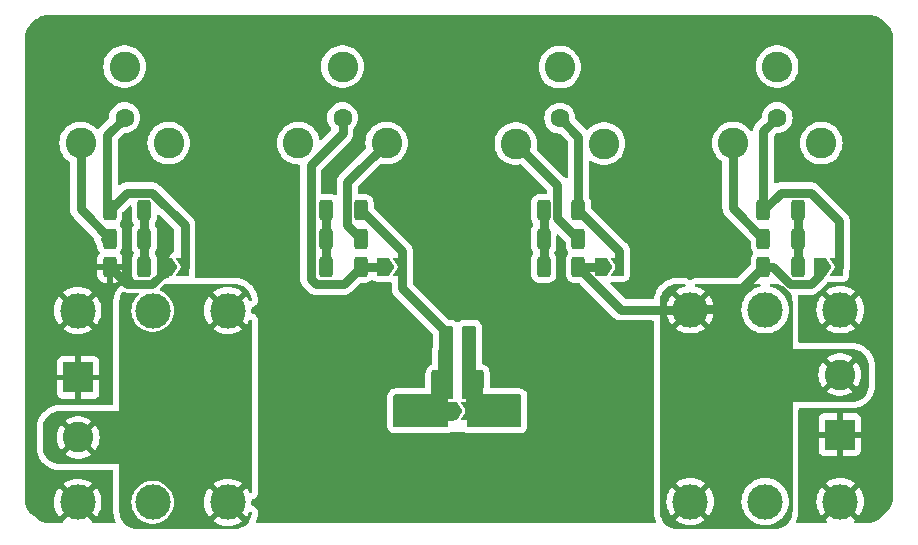
<source format=gtl>
G04 #@! TF.GenerationSoftware,KiCad,Pcbnew,7.0.7*
G04 #@! TF.CreationDate,2024-05-07T13:52:07+01:00*
G04 #@! TF.ProjectId,QA403 Impedance Fixture,51413430-3320-4496-9d70-6564616e6365,rev?*
G04 #@! TF.SameCoordinates,Original*
G04 #@! TF.FileFunction,Copper,L1,Top*
G04 #@! TF.FilePolarity,Positive*
%FSLAX46Y46*%
G04 Gerber Fmt 4.6, Leading zero omitted, Abs format (unit mm)*
G04 Created by KiCad (PCBNEW 7.0.7) date 2024-05-07 13:52:07*
%MOMM*%
%LPD*%
G01*
G04 APERTURE LIST*
G04 Aperture macros list*
%AMRoundRect*
0 Rectangle with rounded corners*
0 $1 Rounding radius*
0 $2 $3 $4 $5 $6 $7 $8 $9 X,Y pos of 4 corners*
0 Add a 4 corners polygon primitive as box body*
4,1,4,$2,$3,$4,$5,$6,$7,$8,$9,$2,$3,0*
0 Add four circle primitives for the rounded corners*
1,1,$1+$1,$2,$3*
1,1,$1+$1,$4,$5*
1,1,$1+$1,$6,$7*
1,1,$1+$1,$8,$9*
0 Add four rect primitives between the rounded corners*
20,1,$1+$1,$2,$3,$4,$5,0*
20,1,$1+$1,$4,$5,$6,$7,0*
20,1,$1+$1,$6,$7,$8,$9,0*
20,1,$1+$1,$8,$9,$2,$3,0*%
%AMFreePoly0*
4,1,6,1.000000,0.000000,0.500000,-0.750000,-0.500000,-0.750000,-0.500000,0.750000,0.500000,0.750000,1.000000,0.000000,1.000000,0.000000,$1*%
%AMFreePoly1*
4,1,6,0.500000,-0.750000,-0.650000,-0.750000,-0.150000,0.000000,-0.650000,0.750000,0.500000,0.750000,0.500000,-0.750000,0.500000,-0.750000,$1*%
G04 Aperture macros list end*
G04 #@! TA.AperFunction,ComponentPad*
%ADD10C,3.000000*%
G04 #@! TD*
G04 #@! TA.AperFunction,ComponentPad*
%ADD11R,2.600000X2.600000*%
G04 #@! TD*
G04 #@! TA.AperFunction,ComponentPad*
%ADD12C,2.600000*%
G04 #@! TD*
G04 #@! TA.AperFunction,SMDPad,CuDef*
%ADD13RoundRect,0.250000X0.312500X0.625000X-0.312500X0.625000X-0.312500X-0.625000X0.312500X-0.625000X0*%
G04 #@! TD*
G04 #@! TA.AperFunction,SMDPad,CuDef*
%ADD14RoundRect,0.250000X-0.312500X-0.625000X0.312500X-0.625000X0.312500X0.625000X-0.312500X0.625000X0*%
G04 #@! TD*
G04 #@! TA.AperFunction,ComponentPad*
%ADD15C,2.400000*%
G04 #@! TD*
G04 #@! TA.AperFunction,ComponentPad*
%ADD16O,2.400000X2.400000*%
G04 #@! TD*
G04 #@! TA.AperFunction,ComponentPad*
%ADD17C,1.605000*%
G04 #@! TD*
G04 #@! TA.AperFunction,ComponentPad*
%ADD18C,2.595000*%
G04 #@! TD*
G04 #@! TA.AperFunction,SMDPad,CuDef*
%ADD19FreePoly0,0.000000*%
G04 #@! TD*
G04 #@! TA.AperFunction,SMDPad,CuDef*
%ADD20FreePoly1,0.000000*%
G04 #@! TD*
G04 #@! TA.AperFunction,SMDPad,CuDef*
%ADD21RoundRect,0.237500X-0.250000X-0.237500X0.250000X-0.237500X0.250000X0.237500X-0.250000X0.237500X0*%
G04 #@! TD*
G04 #@! TA.AperFunction,SMDPad,CuDef*
%ADD22RoundRect,0.250000X-0.400000X-0.625000X0.400000X-0.625000X0.400000X0.625000X-0.400000X0.625000X0*%
G04 #@! TD*
G04 #@! TA.AperFunction,SMDPad,CuDef*
%ADD23RoundRect,0.250000X-0.350000X-0.450000X0.350000X-0.450000X0.350000X0.450000X-0.350000X0.450000X0*%
G04 #@! TD*
G04 #@! TA.AperFunction,Conductor*
%ADD24C,0.800000*%
G04 #@! TD*
G04 #@! TA.AperFunction,Conductor*
%ADD25C,1.600000*%
G04 #@! TD*
G04 #@! TA.AperFunction,Conductor*
%ADD26C,0.500000*%
G04 #@! TD*
G04 APERTURE END LIST*
D10*
X86835000Y-66730000D03*
X86835000Y-50500000D03*
X80485000Y-66730000D03*
D11*
X80519000Y-56168000D03*
D10*
X80485000Y-50500000D03*
X93185000Y-66730000D03*
D12*
X80519000Y-61248000D03*
D10*
X93185000Y-50500000D03*
X138684000Y-50438000D03*
X138684000Y-66668000D03*
X145034000Y-50438000D03*
D11*
X145000000Y-61000000D03*
D10*
X145034000Y-66668000D03*
X132334000Y-50438000D03*
D12*
X145000000Y-55920000D03*
D10*
X132334000Y-66668000D03*
D13*
X86112500Y-42000000D03*
X83187500Y-42000000D03*
D14*
X138537500Y-44400000D03*
X141462500Y-44400000D03*
D13*
X104462500Y-44400000D03*
X101537500Y-44400000D03*
D14*
X83187500Y-44400000D03*
X86112500Y-44400000D03*
D13*
X122862500Y-44400000D03*
X119937500Y-44400000D03*
X141462500Y-42000000D03*
X138537500Y-42000000D03*
D14*
X138537500Y-46800000D03*
X141462500Y-46800000D03*
X101537500Y-42000000D03*
X104462500Y-42000000D03*
D13*
X104462500Y-46800000D03*
X101537500Y-46800000D03*
D14*
X83200000Y-46800000D03*
X86125000Y-46800000D03*
X119937500Y-42000000D03*
X122862500Y-42000000D03*
D13*
X122862500Y-46800000D03*
X119937500Y-46800000D03*
D15*
X108600000Y-59000000D03*
D16*
X116600000Y-59000000D03*
D17*
X139700000Y-34165000D03*
D18*
X139700000Y-29845000D03*
X143430000Y-36325000D03*
X135970000Y-36325000D03*
D19*
X143350000Y-46800000D03*
D20*
X144800000Y-46800000D03*
D17*
X121300396Y-34210000D03*
D18*
X121300396Y-29890000D03*
X125030396Y-36370000D03*
X117570396Y-36370000D03*
D17*
X102900793Y-34165000D03*
D18*
X102900793Y-29845000D03*
X106630793Y-36325000D03*
X99170793Y-36325000D03*
D21*
X111737500Y-52400000D03*
X113562500Y-52400000D03*
D19*
X124750000Y-46800000D03*
D20*
X126200000Y-46800000D03*
D19*
X112059314Y-59000000D03*
D20*
X113509314Y-59000000D03*
D17*
X84455000Y-34165000D03*
D18*
X84455000Y-29845000D03*
X88185000Y-36325000D03*
X80725000Y-36325000D03*
D22*
X111100000Y-56400000D03*
X114200000Y-56400000D03*
D19*
X106350000Y-46800000D03*
D20*
X107800000Y-46800000D03*
D19*
X87950000Y-46800000D03*
D20*
X89400000Y-46800000D03*
D23*
X111650000Y-54200000D03*
X113650000Y-54200000D03*
D24*
X83200000Y-46800000D02*
X84675000Y-48275000D01*
X84675000Y-48275000D02*
X86789582Y-48275000D01*
X86789582Y-48275000D02*
X87950000Y-47114582D01*
X87950000Y-47114582D02*
X87950000Y-46800000D01*
X111100000Y-56400000D02*
X111100000Y-58040686D01*
X111100000Y-58040686D02*
X112059314Y-59000000D01*
X111650000Y-54200000D02*
X111650000Y-55850000D01*
X111650000Y-55850000D02*
X111100000Y-56400000D01*
X111737500Y-52400000D02*
X111737500Y-54112500D01*
X111737500Y-54112500D02*
X111650000Y-54200000D01*
D25*
X108600000Y-59000000D02*
X112059314Y-59000000D01*
X116600000Y-59000000D02*
X114059314Y-59000000D01*
D24*
X114200000Y-56400000D02*
X113659314Y-56940686D01*
X113659314Y-56940686D02*
X113659314Y-59000000D01*
X113650000Y-54200000D02*
X113650000Y-55850000D01*
X113650000Y-55850000D02*
X114200000Y-56400000D01*
X113562500Y-52400000D02*
X113562500Y-54112500D01*
X113562500Y-54112500D02*
X113650000Y-54200000D01*
X111737500Y-52400000D02*
X107950000Y-48612500D01*
X107950000Y-48612500D02*
X107950000Y-45487500D01*
X107950000Y-45487500D02*
X104462500Y-42000000D01*
X138537500Y-46800000D02*
X139322918Y-46800000D01*
X140797918Y-48275000D02*
X142525000Y-48275000D01*
X142525000Y-48275000D02*
X143350000Y-47450000D01*
X139322918Y-46800000D02*
X140797918Y-48275000D01*
X143350000Y-47450000D02*
X143350000Y-46800000D01*
X132762000Y-50438000D02*
X132800000Y-50400000D01*
X132334000Y-50438000D02*
X132762000Y-50438000D01*
X132800000Y-50400000D02*
X134937500Y-50400000D01*
X134937500Y-50400000D02*
X138537500Y-46800000D01*
X141462500Y-44400000D02*
X141462500Y-46800000D01*
X141462500Y-42000000D02*
X141462500Y-44400000D01*
X138537500Y-42000000D02*
X140012500Y-40525000D01*
X140012500Y-40525000D02*
X142525000Y-40525000D01*
X144950000Y-42950000D02*
X144950000Y-46800000D01*
X142525000Y-40525000D02*
X144950000Y-42950000D01*
X138537500Y-42000000D02*
X138537500Y-35327500D01*
X138537500Y-35327500D02*
X139700000Y-34165000D01*
X138537500Y-44400000D02*
X135970000Y-41832500D01*
X135970000Y-41832500D02*
X135970000Y-36325000D01*
X122862500Y-42000000D02*
X126350000Y-45487500D01*
X126350000Y-45487500D02*
X126350000Y-46800000D01*
X122862500Y-42000000D02*
X122862500Y-35772104D01*
X122862500Y-35772104D02*
X121300396Y-34210000D01*
X122862500Y-44400000D02*
X122800000Y-44400000D01*
X122800000Y-44400000D02*
X121100000Y-42700000D01*
X121100000Y-42700000D02*
X121100000Y-39899604D01*
X121100000Y-39899604D02*
X117570396Y-36370000D01*
X119937500Y-44400000D02*
X119937500Y-42000000D01*
X119937500Y-46800000D02*
X119937500Y-44400000D01*
X122862500Y-46800000D02*
X126500500Y-50438000D01*
X126500500Y-50438000D02*
X132334000Y-50438000D01*
X124750000Y-46800000D02*
X122862500Y-46800000D01*
X104462500Y-46800000D02*
X102987500Y-48275000D01*
X102987500Y-48275000D02*
X100675000Y-48275000D01*
X100675000Y-48275000D02*
X100200000Y-47800000D01*
X100200000Y-47800000D02*
X100200000Y-38200000D01*
X102900793Y-35499207D02*
X102900793Y-34165000D01*
X100200000Y-38200000D02*
X102900793Y-35499207D01*
X104462500Y-44400000D02*
X103300000Y-43237500D01*
X103300000Y-43237500D02*
X103300000Y-39655793D01*
X103300000Y-39655793D02*
X106630793Y-36325000D01*
X104462500Y-46800000D02*
X106350000Y-46800000D01*
X83187500Y-44400000D02*
X80725000Y-41937500D01*
X80725000Y-41937500D02*
X80725000Y-36325000D01*
X83187500Y-42000000D02*
X84662500Y-40525000D01*
X84662500Y-40525000D02*
X86777082Y-40525000D01*
X89550000Y-43297918D02*
X89550000Y-46800000D01*
X86777082Y-40525000D02*
X89550000Y-43297918D01*
X101537500Y-44400000D02*
X101537500Y-46800000D01*
X101537500Y-42000000D02*
X101537500Y-44400000D01*
X83187500Y-44400000D02*
X82800000Y-44400000D01*
X86112500Y-44400000D02*
X86112500Y-46787500D01*
X86112500Y-46787500D02*
X86125000Y-46800000D01*
X86112500Y-42000000D02*
X86112500Y-44400000D01*
X83187500Y-42000000D02*
X83000000Y-42000000D01*
X83000000Y-42000000D02*
X83000000Y-35620000D01*
X83000000Y-35620000D02*
X84455000Y-34165000D01*
D25*
X92750000Y-66730000D02*
X92750000Y-66750000D01*
X92750000Y-66750000D02*
X93000000Y-67000000D01*
D26*
X86400000Y-50500000D02*
X86835000Y-50500000D01*
G04 #@! TA.AperFunction,Conductor*
G36*
X147631106Y-25500191D02*
G01*
X147672018Y-25503410D01*
X147853606Y-25517701D01*
X147872816Y-25520744D01*
X148082722Y-25571138D01*
X148101214Y-25577146D01*
X148260399Y-25643083D01*
X148300650Y-25659756D01*
X148317987Y-25668590D01*
X148502035Y-25781375D01*
X148517776Y-25792811D01*
X148687490Y-25937760D01*
X148691066Y-25941066D01*
X149058933Y-26308933D01*
X149062239Y-26312509D01*
X149207188Y-26482223D01*
X149218624Y-26497964D01*
X149331409Y-26682012D01*
X149340243Y-26699349D01*
X149422850Y-26898778D01*
X149428863Y-26917284D01*
X149479254Y-27127178D01*
X149482298Y-27146396D01*
X149499809Y-27368894D01*
X149500000Y-27373760D01*
X149500000Y-66376239D01*
X149499809Y-66381105D01*
X149482298Y-66603603D01*
X149479254Y-66622821D01*
X149428863Y-66832715D01*
X149422850Y-66851221D01*
X149340243Y-67050650D01*
X149331409Y-67067987D01*
X149218624Y-67252035D01*
X149207188Y-67267776D01*
X149062239Y-67437490D01*
X149058933Y-67441066D01*
X148441066Y-68058933D01*
X148437490Y-68062239D01*
X148267776Y-68207188D01*
X148252035Y-68218624D01*
X148067987Y-68331409D01*
X148050650Y-68340243D01*
X147851221Y-68422850D01*
X147832715Y-68428863D01*
X147622821Y-68479254D01*
X147603603Y-68482298D01*
X147381106Y-68499809D01*
X147376240Y-68500000D01*
X146296645Y-68500000D01*
X146229606Y-68480315D01*
X146183851Y-68427511D01*
X146173907Y-68358353D01*
X146202932Y-68294797D01*
X146222334Y-68276733D01*
X146260562Y-68248115D01*
X145433254Y-67420807D01*
X145399769Y-67359484D01*
X145404753Y-67289792D01*
X145446625Y-67233859D01*
X145450460Y-67231100D01*
X145501595Y-67195806D01*
X145608615Y-67075005D01*
X145667801Y-67037881D01*
X145737666Y-67038649D01*
X145789108Y-67069554D01*
X146614115Y-67894562D01*
X146614116Y-67894561D01*
X146720803Y-67752047D01*
X146857908Y-67500958D01*
X146957890Y-67232895D01*
X147018699Y-66953362D01*
X147039109Y-66668001D01*
X147039109Y-66667998D01*
X147018699Y-66382637D01*
X146957890Y-66103104D01*
X146857908Y-65835041D01*
X146720808Y-65583961D01*
X146720807Y-65583960D01*
X146614115Y-65441436D01*
X145789108Y-66266444D01*
X145727785Y-66299929D01*
X145658093Y-66294945D01*
X145608612Y-66260990D01*
X145501599Y-66140198D01*
X145501597Y-66140196D01*
X145501595Y-66140194D01*
X145496047Y-66136365D01*
X145450495Y-66104922D01*
X145406505Y-66050639D01*
X145398845Y-65981190D01*
X145429949Y-65918625D01*
X145433254Y-65915191D01*
X146260562Y-65087883D01*
X146260561Y-65087882D01*
X146118046Y-64981196D01*
X146118038Y-64981191D01*
X145866957Y-64844091D01*
X145866958Y-64844091D01*
X145598895Y-64744109D01*
X145319362Y-64683300D01*
X145034001Y-64662891D01*
X145033999Y-64662891D01*
X144748637Y-64683300D01*
X144469104Y-64744109D01*
X144201041Y-64844091D01*
X143949961Y-64981191D01*
X143949953Y-64981196D01*
X143807436Y-65087882D01*
X143807436Y-65087883D01*
X144634745Y-65915192D01*
X144668230Y-65976515D01*
X144663246Y-66046207D01*
X144621374Y-66102140D01*
X144617504Y-66104923D01*
X144566407Y-66140192D01*
X144566404Y-66140194D01*
X144459387Y-66260992D01*
X144400197Y-66298118D01*
X144330332Y-66297350D01*
X144278891Y-66266445D01*
X143453883Y-65441436D01*
X143453882Y-65441437D01*
X143347196Y-65583953D01*
X143347191Y-65583961D01*
X143210091Y-65835041D01*
X143110109Y-66103104D01*
X143049300Y-66382637D01*
X143028891Y-66667998D01*
X143028891Y-66668001D01*
X143049300Y-66953362D01*
X143110109Y-67232895D01*
X143210091Y-67500958D01*
X143347191Y-67752038D01*
X143347196Y-67752046D01*
X143453882Y-67894561D01*
X143453883Y-67894562D01*
X144278890Y-67069554D01*
X144340213Y-67036069D01*
X144409904Y-67041053D01*
X144459386Y-67075007D01*
X144566404Y-67195805D01*
X144566406Y-67195807D01*
X144607144Y-67223926D01*
X144617501Y-67231075D01*
X144617503Y-67231076D01*
X144661493Y-67285358D01*
X144669153Y-67354807D01*
X144638050Y-67417372D01*
X144634744Y-67420807D01*
X143807436Y-68248114D01*
X143845666Y-68276733D01*
X143887537Y-68332667D01*
X143892521Y-68402358D01*
X143859036Y-68463681D01*
X143797713Y-68497166D01*
X143771355Y-68500000D01*
X141437097Y-68500000D01*
X141370058Y-68480315D01*
X141324303Y-68427511D01*
X141314359Y-68358353D01*
X141322536Y-68328547D01*
X141330172Y-68310114D01*
X141393670Y-68156817D01*
X141400541Y-68138191D01*
X141405326Y-68123463D01*
X141412690Y-68100803D01*
X141418079Y-68081696D01*
X141473104Y-67852497D01*
X141476977Y-67833027D01*
X141483127Y-67794199D01*
X141485461Y-67774481D01*
X141504530Y-67532181D01*
X141505500Y-67507476D01*
X141505500Y-62347844D01*
X143200000Y-62347844D01*
X143206401Y-62407372D01*
X143206403Y-62407379D01*
X143256645Y-62542086D01*
X143256649Y-62542093D01*
X143342809Y-62657187D01*
X143342812Y-62657190D01*
X143457906Y-62743350D01*
X143457913Y-62743354D01*
X143592620Y-62793596D01*
X143592627Y-62793598D01*
X143652155Y-62799999D01*
X143652172Y-62800000D01*
X144750000Y-62800000D01*
X144750000Y-61766753D01*
X144769685Y-61699714D01*
X144822489Y-61653959D01*
X144891647Y-61644015D01*
X144904816Y-61646644D01*
X144917886Y-61650000D01*
X144917890Y-61650000D01*
X145040892Y-61650000D01*
X145040894Y-61650000D01*
X145040899Y-61649999D01*
X145040903Y-61649999D01*
X145088270Y-61644015D01*
X145110458Y-61641212D01*
X145179436Y-61652338D01*
X145231448Y-61698991D01*
X145250000Y-61764234D01*
X145250000Y-62800000D01*
X146347828Y-62800000D01*
X146347844Y-62799999D01*
X146407372Y-62793598D01*
X146407379Y-62793596D01*
X146542086Y-62743354D01*
X146542093Y-62743350D01*
X146657187Y-62657190D01*
X146657190Y-62657187D01*
X146743350Y-62542093D01*
X146743354Y-62542086D01*
X146793596Y-62407379D01*
X146793598Y-62407372D01*
X146799999Y-62347844D01*
X146800000Y-62347827D01*
X146800000Y-61250000D01*
X145763921Y-61250000D01*
X145696882Y-61230315D01*
X145651127Y-61177511D01*
X145641183Y-61108353D01*
X145642117Y-61102766D01*
X145642659Y-61099919D01*
X145653873Y-61041138D01*
X145643847Y-60881784D01*
X145659283Y-60813643D01*
X145709109Y-60764663D01*
X145767602Y-60750000D01*
X146800000Y-60750000D01*
X146800000Y-59652172D01*
X146799999Y-59652155D01*
X146793598Y-59592627D01*
X146793596Y-59592620D01*
X146743354Y-59457913D01*
X146743350Y-59457906D01*
X146657190Y-59342812D01*
X146657187Y-59342809D01*
X146542093Y-59256649D01*
X146542086Y-59256645D01*
X146407379Y-59206403D01*
X146407372Y-59206401D01*
X146347844Y-59200000D01*
X145250000Y-59200000D01*
X145250000Y-60233246D01*
X145230315Y-60300285D01*
X145177511Y-60346040D01*
X145108353Y-60355984D01*
X145095165Y-60353351D01*
X145082115Y-60350000D01*
X145082114Y-60350000D01*
X144959106Y-60350000D01*
X144959094Y-60350000D01*
X144889541Y-60358787D01*
X144820563Y-60347660D01*
X144768551Y-60301006D01*
X144750000Y-60235765D01*
X144750000Y-59200000D01*
X143652155Y-59200000D01*
X143592627Y-59206401D01*
X143592620Y-59206403D01*
X143457913Y-59256645D01*
X143457906Y-59256649D01*
X143342812Y-59342809D01*
X143342809Y-59342812D01*
X143256649Y-59457906D01*
X143256645Y-59457913D01*
X143206403Y-59592620D01*
X143206401Y-59592627D01*
X143200000Y-59652155D01*
X143200000Y-60750000D01*
X144236079Y-60750000D01*
X144303118Y-60769685D01*
X144348873Y-60822489D01*
X144358817Y-60891647D01*
X144357883Y-60897234D01*
X144346127Y-60958862D01*
X144355532Y-61108353D01*
X144356153Y-61118214D01*
X144340717Y-61186357D01*
X144290891Y-61235337D01*
X144232398Y-61250000D01*
X143200000Y-61250000D01*
X143200000Y-62347844D01*
X141505500Y-62347844D01*
X141505500Y-58879500D01*
X141525185Y-58812461D01*
X141577989Y-58766706D01*
X141629500Y-58755500D01*
X146007477Y-58755500D01*
X146032182Y-58754530D01*
X146153331Y-58744995D01*
X146274482Y-58735461D01*
X146294200Y-58733127D01*
X146333027Y-58726977D01*
X146352497Y-58723104D01*
X146463166Y-58696535D01*
X146581696Y-58668079D01*
X146600803Y-58662690D01*
X146623463Y-58655326D01*
X146638191Y-58650541D01*
X146656817Y-58643670D01*
X146874591Y-58553464D01*
X146892624Y-58545151D01*
X146927651Y-58527303D01*
X146935299Y-58523020D01*
X146944971Y-58517604D01*
X147145944Y-58394446D01*
X147162455Y-58383413D01*
X147194259Y-58360305D01*
X147209846Y-58348018D01*
X147389082Y-58194937D01*
X147403661Y-58181460D01*
X147431460Y-58153661D01*
X147444937Y-58139082D01*
X147598018Y-57959846D01*
X147610305Y-57944259D01*
X147633413Y-57912455D01*
X147644446Y-57895944D01*
X147767604Y-57694971D01*
X147777302Y-57677652D01*
X147795151Y-57642624D01*
X147803464Y-57624591D01*
X147893670Y-57406817D01*
X147900541Y-57388191D01*
X147905326Y-57373463D01*
X147912690Y-57350803D01*
X147918079Y-57331696D01*
X147973104Y-57102497D01*
X147976977Y-57083027D01*
X147983127Y-57044199D01*
X147985461Y-57024481D01*
X148004530Y-56782181D01*
X148005500Y-56757476D01*
X148005500Y-55242523D01*
X148004530Y-55217818D01*
X147991828Y-55056422D01*
X147985461Y-54975517D01*
X147983127Y-54955799D01*
X147976977Y-54916972D01*
X147973104Y-54897502D01*
X147940242Y-54760620D01*
X147918079Y-54668303D01*
X147912690Y-54649196D01*
X147905122Y-54625906D01*
X147900541Y-54611808D01*
X147893670Y-54593182D01*
X147803464Y-54375408D01*
X147795151Y-54357375D01*
X147777303Y-54322348D01*
X147773035Y-54314726D01*
X147767604Y-54305028D01*
X147644446Y-54104055D01*
X147633413Y-54087544D01*
X147610305Y-54055740D01*
X147598018Y-54040153D01*
X147444937Y-53860917D01*
X147431460Y-53846338D01*
X147403661Y-53818539D01*
X147389082Y-53805062D01*
X147209846Y-53651981D01*
X147194259Y-53639694D01*
X147162455Y-53616586D01*
X147145944Y-53605553D01*
X146944971Y-53482395D01*
X146927651Y-53472696D01*
X146892625Y-53454848D01*
X146884311Y-53451015D01*
X146874590Y-53446534D01*
X146656812Y-53356328D01*
X146638193Y-53349459D01*
X146600820Y-53337315D01*
X146595427Y-53335793D01*
X146581704Y-53331922D01*
X146407521Y-53290105D01*
X146352494Y-53276894D01*
X146333028Y-53273022D01*
X146294208Y-53266873D01*
X146274485Y-53264538D01*
X146032180Y-53245470D01*
X146007477Y-53244500D01*
X141629500Y-53244500D01*
X141562461Y-53224815D01*
X141516706Y-53172011D01*
X141505500Y-53120500D01*
X141505500Y-50438001D01*
X143028891Y-50438001D01*
X143049300Y-50723362D01*
X143110109Y-51002895D01*
X143210091Y-51270958D01*
X143347191Y-51522038D01*
X143347196Y-51522046D01*
X143453882Y-51664561D01*
X143453883Y-51664562D01*
X144278890Y-50839554D01*
X144340213Y-50806069D01*
X144409904Y-50811053D01*
X144459386Y-50845007D01*
X144566404Y-50965805D01*
X144566406Y-50965807D01*
X144611869Y-50997187D01*
X144617501Y-51001075D01*
X144617503Y-51001076D01*
X144661493Y-51055358D01*
X144669153Y-51124807D01*
X144638050Y-51187372D01*
X144634744Y-51190807D01*
X143807436Y-52018114D01*
X143807436Y-52018115D01*
X143949960Y-52124807D01*
X143949961Y-52124808D01*
X144201042Y-52261908D01*
X144201041Y-52261908D01*
X144469104Y-52361890D01*
X144748637Y-52422699D01*
X145033999Y-52443109D01*
X145034001Y-52443109D01*
X145319362Y-52422699D01*
X145598895Y-52361890D01*
X145866958Y-52261908D01*
X146118047Y-52124803D01*
X146260561Y-52018116D01*
X146260562Y-52018115D01*
X145433254Y-51190807D01*
X145399769Y-51129484D01*
X145404753Y-51059792D01*
X145446625Y-51003859D01*
X145450460Y-51001100D01*
X145501595Y-50965806D01*
X145608615Y-50845005D01*
X145667801Y-50807881D01*
X145737666Y-50808649D01*
X145789108Y-50839554D01*
X146614115Y-51664562D01*
X146614116Y-51664561D01*
X146720803Y-51522047D01*
X146857908Y-51270958D01*
X146957890Y-51002895D01*
X147018699Y-50723362D01*
X147039109Y-50438001D01*
X147039109Y-50437998D01*
X147018699Y-50152637D01*
X146957890Y-49873104D01*
X146857908Y-49605041D01*
X146720808Y-49353961D01*
X146720807Y-49353960D01*
X146614115Y-49211436D01*
X145789108Y-50036444D01*
X145727785Y-50069929D01*
X145658093Y-50064945D01*
X145608612Y-50030990D01*
X145501599Y-49910198D01*
X145501597Y-49910196D01*
X145501595Y-49910194D01*
X145484252Y-49898223D01*
X145450495Y-49874922D01*
X145406505Y-49820639D01*
X145398845Y-49751190D01*
X145429949Y-49688625D01*
X145433254Y-49685191D01*
X146260562Y-48857883D01*
X146260561Y-48857882D01*
X146118046Y-48751196D01*
X146118038Y-48751191D01*
X145866957Y-48614091D01*
X145866958Y-48614091D01*
X145598895Y-48514109D01*
X145319362Y-48453300D01*
X145034001Y-48432891D01*
X145033999Y-48432891D01*
X144748637Y-48453300D01*
X144469104Y-48514109D01*
X144201041Y-48614091D01*
X143949961Y-48751191D01*
X143949953Y-48751196D01*
X143807436Y-48857882D01*
X143807436Y-48857883D01*
X144634745Y-49685192D01*
X144668230Y-49746515D01*
X144663246Y-49816207D01*
X144621374Y-49872140D01*
X144617504Y-49874923D01*
X144566407Y-49910192D01*
X144566404Y-49910194D01*
X144459387Y-50030992D01*
X144400197Y-50068118D01*
X144330332Y-50067350D01*
X144278891Y-50036445D01*
X143453883Y-49211436D01*
X143453882Y-49211437D01*
X143347196Y-49353953D01*
X143347191Y-49353961D01*
X143210091Y-49605041D01*
X143110109Y-49873104D01*
X143049300Y-50152637D01*
X143028891Y-50437998D01*
X143028891Y-50438001D01*
X141505500Y-50438001D01*
X141505500Y-49742523D01*
X141504530Y-49717818D01*
X141485461Y-49475518D01*
X141485461Y-49475513D01*
X141483127Y-49455799D01*
X141476977Y-49416972D01*
X141473104Y-49397502D01*
X141456525Y-49328444D01*
X141460016Y-49258665D01*
X141500679Y-49201847D01*
X141565606Y-49176034D01*
X141577099Y-49175500D01*
X142444373Y-49175500D01*
X142463772Y-49177027D01*
X142477612Y-49179219D01*
X142546959Y-49175584D01*
X142550203Y-49175500D01*
X142572191Y-49175500D01*
X142572192Y-49175500D01*
X142588988Y-49173734D01*
X142594064Y-49173201D01*
X142597284Y-49172947D01*
X142666646Y-49169313D01*
X142680187Y-49165683D01*
X142699313Y-49162138D01*
X142713256Y-49160674D01*
X142779306Y-49139212D01*
X142782368Y-49138304D01*
X142849488Y-49120320D01*
X142861976Y-49113956D01*
X142879950Y-49106510D01*
X142893284Y-49102179D01*
X142953476Y-49067425D01*
X142956222Y-49065934D01*
X143018149Y-49034383D01*
X143029031Y-49025569D01*
X143045083Y-49014537D01*
X143057216Y-49007533D01*
X143108847Y-48961043D01*
X143111260Y-48958982D01*
X143128380Y-48945119D01*
X143143929Y-48929568D01*
X143146277Y-48927341D01*
X143197888Y-48880871D01*
X143206130Y-48869525D01*
X143218760Y-48854737D01*
X143929737Y-48143760D01*
X143944525Y-48131130D01*
X143955871Y-48122888D01*
X143987440Y-48087825D01*
X144046923Y-48051178D01*
X144097232Y-48048060D01*
X144150000Y-48055647D01*
X144150003Y-48055647D01*
X145300000Y-48055647D01*
X145371961Y-48050500D01*
X145371963Y-48050499D01*
X145371965Y-48050499D01*
X145510050Y-48009954D01*
X145510050Y-48009953D01*
X145510053Y-48009953D01*
X145631128Y-47932143D01*
X145725377Y-47823373D01*
X145785165Y-47692457D01*
X145805647Y-47550000D01*
X145805647Y-47100307D01*
X145811715Y-47061992D01*
X145835674Y-46988256D01*
X145850500Y-46847192D01*
X145850500Y-43030626D01*
X145852027Y-43011225D01*
X145854219Y-42997388D01*
X145850584Y-42928040D01*
X145850500Y-42924797D01*
X145850500Y-42902809D01*
X145850499Y-42902800D01*
X145848201Y-42880936D01*
X145847947Y-42877720D01*
X145844313Y-42808355D01*
X145840685Y-42794814D01*
X145837139Y-42775688D01*
X145835674Y-42761744D01*
X145814209Y-42695682D01*
X145813296Y-42692601D01*
X145795320Y-42625512D01*
X145788956Y-42613022D01*
X145781511Y-42595050D01*
X145777179Y-42581716D01*
X145763240Y-42557573D01*
X145742453Y-42521569D01*
X145740903Y-42518714D01*
X145729472Y-42496279D01*
X145709383Y-42456851D01*
X145700557Y-42445952D01*
X145689540Y-42429920D01*
X145687065Y-42425633D01*
X145682533Y-42417784D01*
X145651649Y-42383484D01*
X145636058Y-42366168D01*
X145633964Y-42363716D01*
X145620120Y-42346620D01*
X145604568Y-42331068D01*
X145602348Y-42328730D01*
X145567337Y-42289846D01*
X145555874Y-42277115D01*
X145555869Y-42277110D01*
X145544529Y-42268871D01*
X145529736Y-42256236D01*
X143218764Y-39945265D01*
X143206126Y-39930468D01*
X143197887Y-39919128D01*
X143146277Y-39872657D01*
X143143922Y-39870423D01*
X143128382Y-39854882D01*
X143111295Y-39841043D01*
X143108831Y-39838939D01*
X143057220Y-39792470D01*
X143057213Y-39792465D01*
X143045070Y-39785454D01*
X143029043Y-39774438D01*
X143018153Y-39765620D01*
X143018151Y-39765619D01*
X143018149Y-39765617D01*
X142999259Y-39755992D01*
X142956266Y-39734085D01*
X142953414Y-39732537D01*
X142893282Y-39697820D01*
X142879949Y-39693488D01*
X142861978Y-39686043D01*
X142849498Y-39679684D01*
X142849486Y-39679679D01*
X142782409Y-39661705D01*
X142779309Y-39660787D01*
X142713256Y-39639326D01*
X142713251Y-39639325D01*
X142713249Y-39639325D01*
X142699314Y-39637860D01*
X142680189Y-39634315D01*
X142666653Y-39630688D01*
X142666643Y-39630686D01*
X142597290Y-39627051D01*
X142594059Y-39626797D01*
X142579537Y-39625271D01*
X142572192Y-39624500D01*
X142572189Y-39624500D01*
X142550203Y-39624500D01*
X142546959Y-39624415D01*
X142477612Y-39620781D01*
X142477611Y-39620781D01*
X142463772Y-39622973D01*
X142444373Y-39624500D01*
X140093127Y-39624500D01*
X140073728Y-39622973D01*
X140059888Y-39620781D01*
X139990540Y-39624415D01*
X139987297Y-39624500D01*
X139965308Y-39624500D01*
X139959059Y-39625156D01*
X139943441Y-39626797D01*
X139940210Y-39627051D01*
X139870852Y-39630686D01*
X139857312Y-39634315D01*
X139838186Y-39637860D01*
X139824245Y-39639325D01*
X139824242Y-39639326D01*
X139758192Y-39660785D01*
X139755084Y-39661706D01*
X139688012Y-39679680D01*
X139675520Y-39686045D01*
X139657553Y-39693487D01*
X139644213Y-39697821D01*
X139624000Y-39709492D01*
X139556100Y-39725965D01*
X139490073Y-39703112D01*
X139446882Y-39648191D01*
X139438000Y-39602105D01*
X139438000Y-36325004D01*
X141626958Y-36325004D01*
X141647094Y-36593719D01*
X141647095Y-36593724D01*
X141707058Y-36856442D01*
X141707060Y-36856451D01*
X141707062Y-36856456D01*
X141805515Y-37107311D01*
X141940257Y-37340690D01*
X141977851Y-37387831D01*
X142108280Y-37551384D01*
X142285773Y-37716072D01*
X142305822Y-37734675D01*
X142528479Y-37886480D01*
X142528484Y-37886482D01*
X142528485Y-37886483D01*
X142528486Y-37886484D01*
X142621929Y-37931483D01*
X142771271Y-38003402D01*
X142771272Y-38003402D01*
X142771275Y-38003404D01*
X143028785Y-38082836D01*
X143028786Y-38082836D01*
X143028789Y-38082837D01*
X143295251Y-38122999D01*
X143295256Y-38122999D01*
X143295259Y-38123000D01*
X143295260Y-38123000D01*
X143564740Y-38123000D01*
X143564741Y-38123000D01*
X143564748Y-38122999D01*
X143831210Y-38082837D01*
X143831211Y-38082836D01*
X143831215Y-38082836D01*
X144088725Y-38003404D01*
X144294544Y-37904287D01*
X144331513Y-37886484D01*
X144331513Y-37886483D01*
X144331521Y-37886480D01*
X144554178Y-37734675D01*
X144751723Y-37551380D01*
X144919743Y-37340690D01*
X145054485Y-37107311D01*
X145152938Y-36856456D01*
X145212904Y-36593729D01*
X145212905Y-36593719D01*
X145233042Y-36325004D01*
X145233042Y-36324995D01*
X145212905Y-36056280D01*
X145212904Y-36056275D01*
X145212904Y-36056271D01*
X145152938Y-35793544D01*
X145054485Y-35542689D01*
X144919743Y-35309310D01*
X144751723Y-35098620D01*
X144751722Y-35098619D01*
X144751719Y-35098615D01*
X144554178Y-34915325D01*
X144554177Y-34915324D01*
X144331521Y-34763520D01*
X144331517Y-34763518D01*
X144331514Y-34763516D01*
X144331513Y-34763515D01*
X144088727Y-34646597D01*
X144088729Y-34646597D01*
X143831216Y-34567164D01*
X143831210Y-34567162D01*
X143564748Y-34527000D01*
X143564741Y-34527000D01*
X143295259Y-34527000D01*
X143295251Y-34527000D01*
X143028789Y-34567162D01*
X143028783Y-34567164D01*
X142771271Y-34646597D01*
X142528486Y-34763515D01*
X142528485Y-34763516D01*
X142305821Y-34915325D01*
X142108280Y-35098615D01*
X141940257Y-35309310D01*
X141805515Y-35542688D01*
X141707064Y-35793538D01*
X141707058Y-35793557D01*
X141647095Y-36056275D01*
X141647094Y-36056280D01*
X141626958Y-36324995D01*
X141626958Y-36325004D01*
X139438000Y-36325004D01*
X139438000Y-35751860D01*
X139457685Y-35684821D01*
X139474313Y-35664184D01*
X139630304Y-35508193D01*
X139691624Y-35474711D01*
X139707170Y-35472349D01*
X139927128Y-35453106D01*
X140147354Y-35394096D01*
X140353989Y-35297741D01*
X140540751Y-35166969D01*
X140701969Y-35005751D01*
X140832741Y-34818989D01*
X140929096Y-34612354D01*
X140988106Y-34392128D01*
X141007977Y-34165000D01*
X140988106Y-33937872D01*
X140929096Y-33717646D01*
X140832741Y-33511012D01*
X140701969Y-33324249D01*
X140540751Y-33163031D01*
X140540747Y-33163028D01*
X140540746Y-33163027D01*
X140353993Y-33032261D01*
X140353989Y-33032259D01*
X140243857Y-32980904D01*
X140147354Y-32935904D01*
X140147351Y-32935903D01*
X140147349Y-32935902D01*
X139927129Y-32876894D01*
X139927122Y-32876893D01*
X139700002Y-32857023D01*
X139699998Y-32857023D01*
X139472877Y-32876893D01*
X139472870Y-32876894D01*
X139252642Y-32935905D01*
X139046013Y-33032258D01*
X139046011Y-33032259D01*
X138859246Y-33163032D01*
X138698032Y-33324246D01*
X138567259Y-33511011D01*
X138567258Y-33511013D01*
X138470905Y-33717642D01*
X138411894Y-33937870D01*
X138411893Y-33937876D01*
X138392650Y-34157823D01*
X138367197Y-34222891D01*
X138356803Y-34234696D01*
X137957763Y-34633736D01*
X137942974Y-34646369D01*
X137931626Y-34654614D01*
X137885166Y-34706213D01*
X137882935Y-34708565D01*
X137867390Y-34724110D01*
X137867375Y-34724127D01*
X137853539Y-34741210D01*
X137851436Y-34743672D01*
X137804969Y-34795281D01*
X137804966Y-34795285D01*
X137797958Y-34807423D01*
X137786944Y-34823448D01*
X137778126Y-34834337D01*
X137778116Y-34834353D01*
X137746582Y-34896240D01*
X137745033Y-34899092D01*
X137710321Y-34959213D01*
X137705987Y-34972553D01*
X137698545Y-34990520D01*
X137692180Y-35003012D01*
X137674206Y-35070084D01*
X137673285Y-35073192D01*
X137651826Y-35139242D01*
X137651825Y-35139245D01*
X137650360Y-35153186D01*
X137646815Y-35172312D01*
X137643186Y-35185852D01*
X137642900Y-35191321D01*
X137619730Y-35257237D01*
X137564601Y-35300162D01*
X137495016Y-35306469D01*
X137433069Y-35274153D01*
X137422128Y-35262143D01*
X137291723Y-35098620D01*
X137291722Y-35098619D01*
X137291719Y-35098615D01*
X137094178Y-34915325D01*
X137094178Y-34915324D01*
X136871521Y-34763520D01*
X136871517Y-34763518D01*
X136871514Y-34763516D01*
X136871513Y-34763515D01*
X136628727Y-34646597D01*
X136628729Y-34646597D01*
X136371216Y-34567164D01*
X136371210Y-34567162D01*
X136104748Y-34527000D01*
X136104741Y-34527000D01*
X135835259Y-34527000D01*
X135835251Y-34527000D01*
X135568789Y-34567162D01*
X135568783Y-34567164D01*
X135311271Y-34646597D01*
X135068486Y-34763515D01*
X135068485Y-34763516D01*
X134845821Y-34915325D01*
X134648280Y-35098615D01*
X134480257Y-35309310D01*
X134345515Y-35542688D01*
X134247064Y-35793538D01*
X134247058Y-35793557D01*
X134187095Y-36056275D01*
X134187094Y-36056280D01*
X134166958Y-36324995D01*
X134166958Y-36325004D01*
X134187094Y-36593719D01*
X134187095Y-36593724D01*
X134247058Y-36856442D01*
X134247060Y-36856451D01*
X134247062Y-36856456D01*
X134345515Y-37107311D01*
X134480257Y-37340690D01*
X134517851Y-37387831D01*
X134648280Y-37551384D01*
X134825773Y-37716072D01*
X134845822Y-37734675D01*
X135015353Y-37850259D01*
X135059654Y-37904287D01*
X135069500Y-37952712D01*
X135069500Y-41751873D01*
X135067973Y-41771272D01*
X135065781Y-41785111D01*
X135069415Y-41854456D01*
X135069500Y-41857701D01*
X135069500Y-41879689D01*
X135071797Y-41901559D01*
X135072051Y-41904790D01*
X135075686Y-41974143D01*
X135075688Y-41974153D01*
X135079315Y-41987689D01*
X135082860Y-42006814D01*
X135084325Y-42020749D01*
X135084326Y-42020756D01*
X135103297Y-42079146D01*
X135105784Y-42086798D01*
X135106705Y-42089909D01*
X135124679Y-42156986D01*
X135124684Y-42156998D01*
X135131043Y-42169478D01*
X135138488Y-42187449D01*
X135142820Y-42200782D01*
X135177537Y-42260914D01*
X135179085Y-42263766D01*
X135200494Y-42305782D01*
X135210617Y-42325649D01*
X135210619Y-42325651D01*
X135210620Y-42325653D01*
X135219438Y-42336543D01*
X135230454Y-42352570D01*
X135237465Y-42364713D01*
X135237470Y-42364720D01*
X135283939Y-42416331D01*
X135286043Y-42418795D01*
X135299882Y-42435882D01*
X135315423Y-42451422D01*
X135317657Y-42453777D01*
X135364128Y-42505387D01*
X135375468Y-42513626D01*
X135390265Y-42526264D01*
X137438181Y-44574180D01*
X137471666Y-44635503D01*
X137474500Y-44661861D01*
X137474500Y-45075001D01*
X137474501Y-45075019D01*
X137485000Y-45177796D01*
X137485001Y-45177799D01*
X137540185Y-45344331D01*
X137540187Y-45344336D01*
X137541120Y-45345848D01*
X137618538Y-45471364D01*
X137632289Y-45493657D01*
X137650951Y-45512319D01*
X137684436Y-45573642D01*
X137679452Y-45643334D01*
X137650951Y-45687681D01*
X137632289Y-45706342D01*
X137540187Y-45855663D01*
X137540185Y-45855668D01*
X137540115Y-45855880D01*
X137485001Y-46022203D01*
X137485001Y-46022204D01*
X137485000Y-46022204D01*
X137474500Y-46124983D01*
X137474500Y-46538137D01*
X137454815Y-46605176D01*
X137438181Y-46625818D01*
X136355819Y-47708181D01*
X136294496Y-47741666D01*
X136268138Y-47744500D01*
X132829146Y-47744500D01*
X132811280Y-47745138D01*
X132808823Y-47745269D01*
X132793269Y-47746103D01*
X132793253Y-47746105D01*
X132652677Y-47776686D01*
X132652672Y-47776687D01*
X132652671Y-47776688D01*
X132652119Y-47776894D01*
X132587205Y-47801105D01*
X132587201Y-47801107D01*
X132460931Y-47870056D01*
X132460930Y-47870057D01*
X132421304Y-47909682D01*
X132359980Y-47943166D01*
X132290289Y-47938180D01*
X132252423Y-47915712D01*
X132170164Y-47844433D01*
X132170161Y-47844431D01*
X132170159Y-47844430D01*
X132039293Y-47784664D01*
X132039288Y-47784662D01*
X132039287Y-47784662D01*
X132016686Y-47778025D01*
X131972253Y-47764978D01*
X131972247Y-47764976D01*
X131886242Y-47752611D01*
X131829828Y-47744500D01*
X131242523Y-47744500D01*
X131217820Y-47745470D01*
X130975515Y-47764538D01*
X130955796Y-47766872D01*
X130916980Y-47773020D01*
X130897508Y-47776893D01*
X130668293Y-47831924D01*
X130659961Y-47834273D01*
X130649186Y-47837312D01*
X130611824Y-47849452D01*
X130604084Y-47852307D01*
X130593194Y-47856325D01*
X130515272Y-47888601D01*
X130375403Y-47946535D01*
X130365680Y-47951018D01*
X130357362Y-47954853D01*
X130338210Y-47964613D01*
X130322342Y-47972699D01*
X130305029Y-47982395D01*
X130104054Y-48105554D01*
X130087544Y-48116586D01*
X130076671Y-48124486D01*
X130059638Y-48136862D01*
X130055740Y-48139694D01*
X130040153Y-48151981D01*
X129860917Y-48305062D01*
X129846338Y-48318539D01*
X129818539Y-48346338D01*
X129805062Y-48360917D01*
X129651981Y-48540153D01*
X129643216Y-48551272D01*
X129639693Y-48555741D01*
X129629384Y-48569930D01*
X129616586Y-48587544D01*
X129605554Y-48604054D01*
X129482399Y-48805024D01*
X129472705Y-48822332D01*
X129454857Y-48857355D01*
X129446538Y-48875400D01*
X129424574Y-48928425D01*
X129398690Y-48990915D01*
X129356325Y-49093195D01*
X129349452Y-49111824D01*
X129337312Y-49149186D01*
X129334273Y-49159961D01*
X129331924Y-49168293D01*
X129276893Y-49397508D01*
X129273020Y-49416980D01*
X129270499Y-49432898D01*
X129240570Y-49496033D01*
X129181258Y-49532964D01*
X129148026Y-49537500D01*
X126924861Y-49537500D01*
X126857822Y-49517815D01*
X126837180Y-49501181D01*
X125603327Y-48267328D01*
X125569842Y-48206005D01*
X125574826Y-48136313D01*
X125616698Y-48080380D01*
X125682162Y-48055963D01*
X125691008Y-48055647D01*
X126700000Y-48055647D01*
X126771961Y-48050500D01*
X126771963Y-48050499D01*
X126771965Y-48050499D01*
X126910050Y-48009954D01*
X126910050Y-48009953D01*
X126910053Y-48009953D01*
X127031128Y-47932143D01*
X127125377Y-47823373D01*
X127185165Y-47692457D01*
X127205647Y-47550000D01*
X127205647Y-47100307D01*
X127211715Y-47061992D01*
X127235674Y-46988256D01*
X127250500Y-46847192D01*
X127250500Y-45568126D01*
X127252027Y-45548725D01*
X127254219Y-45534888D01*
X127250584Y-45465540D01*
X127250500Y-45462297D01*
X127250500Y-45440309D01*
X127250499Y-45440300D01*
X127248201Y-45418436D01*
X127247947Y-45415220D01*
X127244313Y-45345855D01*
X127240685Y-45332314D01*
X127237139Y-45313188D01*
X127235674Y-45299244D01*
X127214209Y-45233182D01*
X127213296Y-45230101D01*
X127195320Y-45163012D01*
X127188956Y-45150522D01*
X127181511Y-45132550D01*
X127177179Y-45119216D01*
X127177174Y-45119207D01*
X127142453Y-45059069D01*
X127140903Y-45056214D01*
X127109383Y-44994351D01*
X127100557Y-44983452D01*
X127089540Y-44967420D01*
X127087065Y-44963133D01*
X127082533Y-44955284D01*
X127056514Y-44926387D01*
X127036058Y-44903668D01*
X127033964Y-44901216D01*
X127020120Y-44884120D01*
X127004568Y-44868568D01*
X127002348Y-44866230D01*
X126955871Y-44814612D01*
X126955869Y-44814610D01*
X126944529Y-44806371D01*
X126929736Y-44793736D01*
X123961818Y-41825818D01*
X123928333Y-41764495D01*
X123925499Y-41738137D01*
X123925499Y-41324998D01*
X123925498Y-41324981D01*
X123914999Y-41222203D01*
X123914998Y-41222200D01*
X123859814Y-41055666D01*
X123781461Y-40928634D01*
X123763000Y-40863538D01*
X123763000Y-39398377D01*
X123763000Y-37916645D01*
X123782684Y-37849610D01*
X123835488Y-37803855D01*
X123904646Y-37793911D01*
X123956847Y-37814193D01*
X124128875Y-37931480D01*
X124128880Y-37931482D01*
X124128881Y-37931483D01*
X124128882Y-37931484D01*
X124257830Y-37993581D01*
X124371667Y-38048402D01*
X124371668Y-38048402D01*
X124371671Y-38048404D01*
X124629181Y-38127836D01*
X124629182Y-38127836D01*
X124629185Y-38127837D01*
X124895647Y-38167999D01*
X124895652Y-38167999D01*
X124895655Y-38168000D01*
X124895656Y-38168000D01*
X125165136Y-38168000D01*
X125165137Y-38168000D01*
X125165144Y-38167999D01*
X125431606Y-38127837D01*
X125431607Y-38127836D01*
X125431611Y-38127836D01*
X125689121Y-38048404D01*
X125931917Y-37931480D01*
X126154574Y-37779675D01*
X126352119Y-37596380D01*
X126520139Y-37385690D01*
X126654881Y-37152311D01*
X126753334Y-36901456D01*
X126813300Y-36638729D01*
X126816672Y-36593729D01*
X126833438Y-36370004D01*
X126833438Y-36369995D01*
X126813301Y-36101280D01*
X126813300Y-36101275D01*
X126813300Y-36101271D01*
X126753334Y-35838544D01*
X126654881Y-35587689D01*
X126520139Y-35354310D01*
X126352119Y-35143620D01*
X126352118Y-35143619D01*
X126352115Y-35143615D01*
X126154574Y-34960325D01*
X126123104Y-34938869D01*
X125931917Y-34808520D01*
X125931913Y-34808518D01*
X125931910Y-34808516D01*
X125931909Y-34808515D01*
X125689123Y-34691597D01*
X125689125Y-34691597D01*
X125431612Y-34612164D01*
X125431606Y-34612162D01*
X125165144Y-34572000D01*
X125165137Y-34572000D01*
X124895655Y-34572000D01*
X124895647Y-34572000D01*
X124629185Y-34612162D01*
X124629179Y-34612164D01*
X124371667Y-34691597D01*
X124128882Y-34808515D01*
X124128881Y-34808516D01*
X123906217Y-34960325D01*
X123708671Y-35143621D01*
X123705934Y-35147054D01*
X123648742Y-35187190D01*
X123578931Y-35190035D01*
X123521311Y-35157415D01*
X123517066Y-35153170D01*
X123514831Y-35150815D01*
X123468375Y-35099219D01*
X123468369Y-35099214D01*
X123457029Y-35090975D01*
X123442236Y-35078340D01*
X122643592Y-34279696D01*
X122610107Y-34218373D01*
X122607745Y-34202822D01*
X122588502Y-33982877D01*
X122588502Y-33982872D01*
X122529492Y-33762646D01*
X122433137Y-33556012D01*
X122302365Y-33369249D01*
X122141147Y-33208031D01*
X122141143Y-33208028D01*
X122141142Y-33208027D01*
X121954389Y-33077261D01*
X121954385Y-33077259D01*
X121954383Y-33077258D01*
X121747750Y-32980904D01*
X121747747Y-32980903D01*
X121747745Y-32980902D01*
X121527525Y-32921894D01*
X121527518Y-32921893D01*
X121300398Y-32902023D01*
X121300394Y-32902023D01*
X121073273Y-32921893D01*
X121073266Y-32921894D01*
X120853038Y-32980905D01*
X120646409Y-33077258D01*
X120646407Y-33077259D01*
X120459642Y-33208032D01*
X120298428Y-33369246D01*
X120167655Y-33556011D01*
X120167654Y-33556013D01*
X120071301Y-33762642D01*
X120012290Y-33982870D01*
X120012289Y-33982877D01*
X119992419Y-34209998D01*
X119992419Y-34210001D01*
X120012289Y-34437122D01*
X120012290Y-34437129D01*
X120071298Y-34657349D01*
X120071299Y-34657351D01*
X120071300Y-34657354D01*
X120135618Y-34795285D01*
X120167655Y-34863989D01*
X120167657Y-34863993D01*
X120298423Y-35050746D01*
X120298428Y-35050752D01*
X120459643Y-35211967D01*
X120459649Y-35211972D01*
X120646402Y-35342738D01*
X120646404Y-35342739D01*
X120646407Y-35342741D01*
X120853042Y-35439096D01*
X121073268Y-35498106D01*
X121268689Y-35515203D01*
X121293218Y-35517349D01*
X121358287Y-35542801D01*
X121370092Y-35553196D01*
X121925681Y-36108784D01*
X121959166Y-36170107D01*
X121962000Y-36196465D01*
X121962000Y-39188144D01*
X121942315Y-39255183D01*
X121889511Y-39300938D01*
X121820353Y-39310882D01*
X121756797Y-39281857D01*
X121745850Y-39271116D01*
X121705876Y-39226720D01*
X121705869Y-39226714D01*
X121694529Y-39218475D01*
X121679736Y-39205840D01*
X119357034Y-36883138D01*
X119323549Y-36821815D01*
X119323823Y-36767869D01*
X119353300Y-36638729D01*
X119356672Y-36593729D01*
X119373438Y-36370004D01*
X119373438Y-36369995D01*
X119353301Y-36101280D01*
X119353300Y-36101275D01*
X119353300Y-36101271D01*
X119293334Y-35838544D01*
X119194881Y-35587689D01*
X119060139Y-35354310D01*
X118892119Y-35143620D01*
X118892118Y-35143619D01*
X118892115Y-35143615D01*
X118694574Y-34960325D01*
X118663104Y-34938869D01*
X118471917Y-34808520D01*
X118471913Y-34808518D01*
X118471910Y-34808516D01*
X118471909Y-34808515D01*
X118229123Y-34691597D01*
X118229125Y-34691597D01*
X117971612Y-34612164D01*
X117971606Y-34612162D01*
X117705144Y-34572000D01*
X117705137Y-34572000D01*
X117435655Y-34572000D01*
X117435647Y-34572000D01*
X117169185Y-34612162D01*
X117169179Y-34612164D01*
X116911667Y-34691597D01*
X116668882Y-34808515D01*
X116668881Y-34808516D01*
X116446217Y-34960325D01*
X116248676Y-35143615D01*
X116080653Y-35354310D01*
X115945911Y-35587688D01*
X115847460Y-35838538D01*
X115847454Y-35838557D01*
X115787491Y-36101275D01*
X115787490Y-36101280D01*
X115767354Y-36369995D01*
X115767354Y-36370004D01*
X115787490Y-36638719D01*
X115787491Y-36638724D01*
X115847454Y-36901442D01*
X115847456Y-36901451D01*
X115847458Y-36901456D01*
X115945911Y-37152311D01*
X116080653Y-37385690D01*
X116160009Y-37485199D01*
X116248676Y-37596384D01*
X116435158Y-37769413D01*
X116446218Y-37779675D01*
X116668875Y-37931480D01*
X116668880Y-37931482D01*
X116668881Y-37931483D01*
X116668882Y-37931484D01*
X116797830Y-37993581D01*
X116911667Y-38048402D01*
X116911668Y-38048402D01*
X116911671Y-38048404D01*
X117169181Y-38127836D01*
X117169182Y-38127836D01*
X117169185Y-38127837D01*
X117435647Y-38167999D01*
X117435652Y-38167999D01*
X117435655Y-38168000D01*
X117435656Y-38168000D01*
X117705136Y-38168000D01*
X117705137Y-38168000D01*
X117971611Y-38127836D01*
X117971642Y-38127826D01*
X117972447Y-38127643D01*
X117972761Y-38127662D01*
X117976199Y-38127144D01*
X117976309Y-38127878D01*
X118042187Y-38131903D01*
X118087745Y-38160848D01*
X120163181Y-40236284D01*
X120196666Y-40297607D01*
X120199500Y-40323966D01*
X120199499Y-40500501D01*
X120179814Y-40567540D01*
X120127010Y-40613295D01*
X120075499Y-40624500D01*
X119574998Y-40624500D01*
X119574980Y-40624501D01*
X119472203Y-40635000D01*
X119472200Y-40635001D01*
X119305668Y-40690185D01*
X119305663Y-40690187D01*
X119156342Y-40782289D01*
X119032289Y-40906342D01*
X118940187Y-41055663D01*
X118940185Y-41055666D01*
X118940186Y-41055666D01*
X118885001Y-41222203D01*
X118885001Y-41222204D01*
X118885000Y-41222204D01*
X118874500Y-41324983D01*
X118874500Y-42675001D01*
X118874501Y-42675018D01*
X118885000Y-42777796D01*
X118885001Y-42777799D01*
X118940185Y-42944331D01*
X118940187Y-42944336D01*
X118950431Y-42960944D01*
X119018539Y-43071366D01*
X119037000Y-43136461D01*
X119037000Y-43263538D01*
X119018539Y-43328634D01*
X118940189Y-43455659D01*
X118940185Y-43455666D01*
X118940186Y-43455666D01*
X118885001Y-43622203D01*
X118885001Y-43622204D01*
X118885000Y-43622204D01*
X118874500Y-43724983D01*
X118874500Y-45075001D01*
X118874501Y-45075018D01*
X118885000Y-45177796D01*
X118885001Y-45177799D01*
X118940185Y-45344331D01*
X118940187Y-45344336D01*
X118941120Y-45345848D01*
X119018539Y-45471365D01*
X119037000Y-45536461D01*
X119037000Y-45663538D01*
X119018539Y-45728634D01*
X118940189Y-45855659D01*
X118940185Y-45855668D01*
X118940115Y-45855880D01*
X118885001Y-46022203D01*
X118885001Y-46022204D01*
X118885000Y-46022204D01*
X118874500Y-46124983D01*
X118874500Y-47475001D01*
X118874501Y-47475018D01*
X118885000Y-47577796D01*
X118885001Y-47577799D01*
X118940185Y-47744331D01*
X118940187Y-47744336D01*
X118957881Y-47773022D01*
X119032288Y-47893656D01*
X119156344Y-48017712D01*
X119305666Y-48109814D01*
X119472203Y-48164999D01*
X119574991Y-48175500D01*
X120300008Y-48175499D01*
X120300016Y-48175498D01*
X120300019Y-48175498D01*
X120356302Y-48169748D01*
X120402797Y-48164999D01*
X120569334Y-48109814D01*
X120718656Y-48017712D01*
X120842712Y-47893656D01*
X120934814Y-47744334D01*
X120989999Y-47577797D01*
X121000500Y-47475009D01*
X121000499Y-46124992D01*
X120989999Y-46022203D01*
X120934814Y-45855666D01*
X120885367Y-45775499D01*
X120856461Y-45728634D01*
X120838000Y-45663538D01*
X120838000Y-45536461D01*
X120856461Y-45471365D01*
X120934814Y-45344334D01*
X120989999Y-45177797D01*
X121000500Y-45075009D01*
X121000499Y-44173359D01*
X121020183Y-44106321D01*
X121072987Y-44060566D01*
X121142146Y-44050622D01*
X121205702Y-44079647D01*
X121212180Y-44085679D01*
X121763181Y-44636680D01*
X121796666Y-44698003D01*
X121799500Y-44724361D01*
X121799500Y-45075001D01*
X121799501Y-45075019D01*
X121810000Y-45177796D01*
X121810001Y-45177799D01*
X121865185Y-45344331D01*
X121865187Y-45344336D01*
X121866120Y-45345848D01*
X121943538Y-45471364D01*
X121957289Y-45493657D01*
X121975951Y-45512319D01*
X122009436Y-45573642D01*
X122004452Y-45643334D01*
X121975951Y-45687681D01*
X121957289Y-45706342D01*
X121865187Y-45855663D01*
X121865185Y-45855668D01*
X121865115Y-45855880D01*
X121810001Y-46022203D01*
X121810001Y-46022204D01*
X121810000Y-46022204D01*
X121799500Y-46124983D01*
X121799500Y-47475001D01*
X121799501Y-47475018D01*
X121810000Y-47577796D01*
X121810001Y-47577799D01*
X121865185Y-47744331D01*
X121865187Y-47744336D01*
X121882881Y-47773022D01*
X121957288Y-47893656D01*
X122081344Y-48017712D01*
X122230666Y-48109814D01*
X122397203Y-48164999D01*
X122499991Y-48175500D01*
X122913138Y-48175499D01*
X122980177Y-48195183D01*
X123000819Y-48211818D01*
X125806735Y-51017734D01*
X125819372Y-51032529D01*
X125827613Y-51043872D01*
X125879222Y-51090341D01*
X125881578Y-51092577D01*
X125897119Y-51108118D01*
X125914202Y-51121952D01*
X125916670Y-51124060D01*
X125968281Y-51170531D01*
X125968282Y-51170531D01*
X125968284Y-51170533D01*
X125980418Y-51177538D01*
X125996455Y-51188560D01*
X126007349Y-51197382D01*
X126007351Y-51197383D01*
X126069247Y-51228920D01*
X126072052Y-51230443D01*
X126091498Y-51241670D01*
X126132207Y-51265175D01*
X126132212Y-51265177D01*
X126132213Y-51265177D01*
X126132216Y-51265179D01*
X126145550Y-51269511D01*
X126163522Y-51276956D01*
X126176012Y-51283320D01*
X126176014Y-51283320D01*
X126176015Y-51283321D01*
X126194428Y-51288254D01*
X126243101Y-51301296D01*
X126246182Y-51302209D01*
X126312244Y-51323674D01*
X126326188Y-51325139D01*
X126345314Y-51328685D01*
X126354941Y-51331264D01*
X126358855Y-51332313D01*
X126428220Y-51335947D01*
X126431435Y-51336200D01*
X126453308Y-51338500D01*
X126475298Y-51338500D01*
X126478541Y-51338584D01*
X126547888Y-51342219D01*
X126561727Y-51340027D01*
X126581127Y-51338500D01*
X129120500Y-51338500D01*
X129187539Y-51358185D01*
X129233294Y-51410989D01*
X129244500Y-51462500D01*
X129244500Y-67507477D01*
X129245470Y-67532180D01*
X129264538Y-67774478D01*
X129266871Y-67794192D01*
X129273020Y-67833016D01*
X129276893Y-67852490D01*
X129331923Y-68081705D01*
X129337314Y-68100819D01*
X129341949Y-68115081D01*
X129349459Y-68138193D01*
X129355240Y-68153865D01*
X129356328Y-68156812D01*
X129427463Y-68328548D01*
X129434932Y-68398017D01*
X129403657Y-68460496D01*
X129343568Y-68496148D01*
X129312902Y-68500000D01*
X95687097Y-68500000D01*
X95620058Y-68480315D01*
X95574303Y-68427511D01*
X95564359Y-68358353D01*
X95572536Y-68328547D01*
X95580172Y-68310114D01*
X95643670Y-68156817D01*
X95650541Y-68138191D01*
X95655326Y-68123463D01*
X95662690Y-68100803D01*
X95668079Y-68081696D01*
X95723104Y-67852497D01*
X95726977Y-67833026D01*
X95729984Y-67814046D01*
X95733127Y-67794201D01*
X95735461Y-67774484D01*
X95743249Y-67675533D01*
X95739915Y-67565717D01*
X95732479Y-67512654D01*
X95705497Y-67406147D01*
X95682519Y-67364068D01*
X95636546Y-67279876D01*
X95636537Y-67279861D01*
X95594679Y-67223947D01*
X95594676Y-67223944D01*
X95594669Y-67223934D01*
X95566540Y-67195805D01*
X95492936Y-67122201D01*
X95366659Y-67053248D01*
X95366652Y-67053245D01*
X95301188Y-67028827D01*
X95301167Y-67028824D01*
X95276246Y-67023402D01*
X95214924Y-66989916D01*
X95181441Y-66928591D01*
X95178924Y-66893391D01*
X95190610Y-66730001D01*
X95190610Y-66729999D01*
X95186176Y-66668001D01*
X95180686Y-66591250D01*
X95195538Y-66522979D01*
X95244943Y-66473573D01*
X95269432Y-66463429D01*
X95387504Y-66428760D01*
X95508543Y-66350972D01*
X95561347Y-66305217D01*
X95655567Y-66196483D01*
X95715338Y-66065606D01*
X95729620Y-66016965D01*
X95735022Y-65998572D01*
X95735023Y-65998566D01*
X95735024Y-65998563D01*
X95755500Y-65856147D01*
X95755500Y-51373852D01*
X95739796Y-51248832D01*
X95724626Y-51189400D01*
X95678484Y-51072137D01*
X95678484Y-51072136D01*
X95678482Y-51072134D01*
X95645296Y-51027808D01*
X95592254Y-50956959D01*
X95542846Y-50907556D01*
X95427663Y-50821340D01*
X95427661Y-50821339D01*
X95292853Y-50771065D01*
X95278079Y-50767852D01*
X95216755Y-50734368D01*
X95183269Y-50673045D01*
X95180751Y-50637841D01*
X95190610Y-50500000D01*
X95186175Y-50437998D01*
X95178744Y-50334094D01*
X95193596Y-50265821D01*
X95243001Y-50216416D01*
X95275206Y-50204273D01*
X95285029Y-50202063D01*
X95285031Y-50202062D01*
X95285059Y-50202051D01*
X95287038Y-50201346D01*
X95287885Y-50200973D01*
X95419477Y-50150819D01*
X95534040Y-50063774D01*
X95583091Y-50014017D01*
X95583094Y-50014011D01*
X95583100Y-50014006D01*
X95659661Y-49910194D01*
X95668490Y-49898223D01*
X95717807Y-49763059D01*
X95732171Y-49694681D01*
X95732171Y-49694679D01*
X95732171Y-49694666D01*
X95732263Y-49693789D01*
X95732299Y-49692687D01*
X95741409Y-49551096D01*
X95735460Y-49475512D01*
X95733126Y-49455794D01*
X95726976Y-49416969D01*
X95724388Y-49403958D01*
X95723104Y-49397499D01*
X95668079Y-49168304D01*
X95662690Y-49149196D01*
X95653307Y-49120321D01*
X95650541Y-49111808D01*
X95643670Y-49093182D01*
X95553464Y-48875408D01*
X95545151Y-48857375D01*
X95527303Y-48822348D01*
X95522175Y-48813191D01*
X95517604Y-48805028D01*
X95394446Y-48604055D01*
X95383413Y-48587544D01*
X95370615Y-48569930D01*
X95360306Y-48555741D01*
X95356783Y-48551272D01*
X95348018Y-48540153D01*
X95194937Y-48360917D01*
X95181460Y-48346338D01*
X95153661Y-48318539D01*
X95139082Y-48305062D01*
X94959846Y-48151981D01*
X94944259Y-48139694D01*
X94940361Y-48136862D01*
X94923328Y-48124486D01*
X94912455Y-48116586D01*
X94895944Y-48105553D01*
X94694971Y-47982395D01*
X94677651Y-47972696D01*
X94642625Y-47954848D01*
X94634311Y-47951015D01*
X94624590Y-47946534D01*
X94406812Y-47856328D01*
X94388193Y-47849459D01*
X94350820Y-47837315D01*
X94345427Y-47835793D01*
X94331704Y-47831922D01*
X94134858Y-47784664D01*
X94102494Y-47776894D01*
X94083028Y-47773022D01*
X94044208Y-47766873D01*
X94024485Y-47764538D01*
X93782180Y-47745470D01*
X93757477Y-47744500D01*
X93219359Y-47744500D01*
X93192320Y-47745949D01*
X93192312Y-47745949D01*
X93192309Y-47745950D01*
X93192307Y-47745950D01*
X93181978Y-47747061D01*
X93151081Y-47746509D01*
X93137110Y-47744500D01*
X93137102Y-47744500D01*
X90520786Y-47744500D01*
X90453747Y-47724815D01*
X90407992Y-47672011D01*
X90398048Y-47602854D01*
X90401650Y-47577797D01*
X90405647Y-47550000D01*
X90405647Y-47100307D01*
X90411715Y-47061992D01*
X90435674Y-46988256D01*
X90450500Y-46847192D01*
X90450500Y-43378543D01*
X90452027Y-43359143D01*
X90454219Y-43345306D01*
X90450585Y-43275965D01*
X90450500Y-43272720D01*
X90450500Y-43250731D01*
X90450500Y-43250726D01*
X90448199Y-43228839D01*
X90447946Y-43225629D01*
X90444312Y-43156272D01*
X90444311Y-43156266D01*
X90440687Y-43142743D01*
X90437139Y-43123602D01*
X90435953Y-43112319D01*
X90435674Y-43109662D01*
X90414214Y-43043617D01*
X90413291Y-43040503D01*
X90408030Y-43020868D01*
X90395320Y-42973430D01*
X90388954Y-42960937D01*
X90381508Y-42942960D01*
X90377178Y-42929632D01*
X90377175Y-42929625D01*
X90347193Y-42877698D01*
X90342443Y-42869470D01*
X90340920Y-42866665D01*
X90309383Y-42804769D01*
X90309382Y-42804767D01*
X90300560Y-42793873D01*
X90289538Y-42777836D01*
X90289517Y-42777799D01*
X90282533Y-42765702D01*
X90282531Y-42765700D01*
X90282531Y-42765699D01*
X90236060Y-42714088D01*
X90233952Y-42711620D01*
X90220118Y-42694537D01*
X90204577Y-42678996D01*
X90202341Y-42676640D01*
X90155872Y-42625031D01*
X90155871Y-42625030D01*
X90144525Y-42616787D01*
X90129734Y-42604153D01*
X87470846Y-39945265D01*
X87458208Y-39930468D01*
X87449969Y-39919128D01*
X87398359Y-39872657D01*
X87396004Y-39870423D01*
X87380464Y-39854882D01*
X87363377Y-39841043D01*
X87360913Y-39838939D01*
X87309302Y-39792470D01*
X87309295Y-39792465D01*
X87297152Y-39785454D01*
X87281125Y-39774438D01*
X87270235Y-39765620D01*
X87270233Y-39765619D01*
X87270231Y-39765617D01*
X87251341Y-39755992D01*
X87208348Y-39734085D01*
X87205496Y-39732537D01*
X87145364Y-39697820D01*
X87132031Y-39693488D01*
X87114060Y-39686043D01*
X87101580Y-39679684D01*
X87101568Y-39679679D01*
X87034491Y-39661705D01*
X87031391Y-39660787D01*
X86965338Y-39639326D01*
X86965333Y-39639325D01*
X86965331Y-39639325D01*
X86951396Y-39637860D01*
X86932271Y-39634315D01*
X86918735Y-39630688D01*
X86918725Y-39630686D01*
X86849372Y-39627051D01*
X86846141Y-39626797D01*
X86831619Y-39625271D01*
X86824274Y-39624500D01*
X86824271Y-39624500D01*
X86802285Y-39624500D01*
X86799041Y-39624415D01*
X86729694Y-39620781D01*
X86729693Y-39620781D01*
X86715854Y-39622973D01*
X86696455Y-39624500D01*
X84743127Y-39624500D01*
X84723728Y-39622973D01*
X84709888Y-39620781D01*
X84640540Y-39624415D01*
X84637297Y-39624500D01*
X84615308Y-39624500D01*
X84609059Y-39625156D01*
X84593441Y-39626797D01*
X84590210Y-39627051D01*
X84520852Y-39630686D01*
X84507312Y-39634315D01*
X84488186Y-39637860D01*
X84474245Y-39639325D01*
X84474242Y-39639326D01*
X84408192Y-39660785D01*
X84405084Y-39661706D01*
X84338012Y-39679680D01*
X84325520Y-39686045D01*
X84307553Y-39693487D01*
X84294213Y-39697821D01*
X84234092Y-39732533D01*
X84231240Y-39734082D01*
X84169353Y-39765616D01*
X84169337Y-39765626D01*
X84158448Y-39774444D01*
X84142423Y-39785458D01*
X84130285Y-39792466D01*
X84130281Y-39792468D01*
X84107470Y-39813008D01*
X84044478Y-39843236D01*
X83975143Y-39834610D01*
X83921478Y-39789867D01*
X83900522Y-39723214D01*
X83900500Y-39720856D01*
X83900500Y-36325004D01*
X86381958Y-36325004D01*
X86402094Y-36593719D01*
X86402095Y-36593724D01*
X86462058Y-36856442D01*
X86462060Y-36856451D01*
X86462062Y-36856456D01*
X86560515Y-37107311D01*
X86695257Y-37340690D01*
X86732851Y-37387831D01*
X86863280Y-37551384D01*
X87040773Y-37716072D01*
X87060822Y-37734675D01*
X87283479Y-37886480D01*
X87283484Y-37886482D01*
X87283485Y-37886483D01*
X87283486Y-37886484D01*
X87376929Y-37931483D01*
X87526271Y-38003402D01*
X87526272Y-38003402D01*
X87526275Y-38003404D01*
X87783785Y-38082836D01*
X87783786Y-38082836D01*
X87783789Y-38082837D01*
X88050251Y-38122999D01*
X88050256Y-38122999D01*
X88050259Y-38123000D01*
X88050260Y-38123000D01*
X88319740Y-38123000D01*
X88319741Y-38123000D01*
X88319748Y-38122999D01*
X88586210Y-38082837D01*
X88586211Y-38082836D01*
X88586215Y-38082836D01*
X88843725Y-38003404D01*
X89049544Y-37904287D01*
X89086513Y-37886484D01*
X89086513Y-37886483D01*
X89086521Y-37886480D01*
X89309178Y-37734675D01*
X89506723Y-37551380D01*
X89674743Y-37340690D01*
X89809485Y-37107311D01*
X89907938Y-36856456D01*
X89967904Y-36593729D01*
X89967905Y-36593719D01*
X89988042Y-36325004D01*
X97367751Y-36325004D01*
X97387887Y-36593719D01*
X97387888Y-36593724D01*
X97447851Y-36856442D01*
X97447853Y-36856451D01*
X97447855Y-36856456D01*
X97546308Y-37107311D01*
X97681050Y-37340690D01*
X97718644Y-37387831D01*
X97849073Y-37551384D01*
X98026566Y-37716072D01*
X98046615Y-37734675D01*
X98269272Y-37886480D01*
X98269277Y-37886482D01*
X98269278Y-37886483D01*
X98269279Y-37886484D01*
X98362722Y-37931483D01*
X98512064Y-38003402D01*
X98512065Y-38003402D01*
X98512068Y-38003404D01*
X98769578Y-38082836D01*
X98769579Y-38082836D01*
X98769582Y-38082837D01*
X99036044Y-38122999D01*
X99036049Y-38122999D01*
X99036052Y-38123000D01*
X99171631Y-38123000D01*
X99238670Y-38142685D01*
X99284425Y-38195489D01*
X99293112Y-38241023D01*
X99295441Y-38240901D01*
X99295780Y-38247385D01*
X99297973Y-38261225D01*
X99299500Y-38280626D01*
X99299500Y-47719373D01*
X99297973Y-47738772D01*
X99297093Y-47744331D01*
X99295781Y-47752612D01*
X99298744Y-47809163D01*
X99299415Y-47821956D01*
X99299500Y-47825201D01*
X99299500Y-47847192D01*
X99299738Y-47849453D01*
X99301797Y-47869059D01*
X99302051Y-47872290D01*
X99305686Y-47941643D01*
X99305688Y-47941653D01*
X99309315Y-47955189D01*
X99312860Y-47974314D01*
X99312972Y-47975376D01*
X99314326Y-47988256D01*
X99335485Y-48053380D01*
X99335784Y-48054298D01*
X99336705Y-48057409D01*
X99354679Y-48124486D01*
X99354684Y-48124498D01*
X99361043Y-48136978D01*
X99368488Y-48154949D01*
X99372820Y-48168282D01*
X99407537Y-48228414D01*
X99409085Y-48231266D01*
X99430992Y-48274259D01*
X99440617Y-48293149D01*
X99440619Y-48293151D01*
X99440620Y-48293153D01*
X99449438Y-48304043D01*
X99460454Y-48320070D01*
X99467465Y-48332213D01*
X99467470Y-48332220D01*
X99513939Y-48383831D01*
X99516043Y-48386295D01*
X99529882Y-48403382D01*
X99545423Y-48418922D01*
X99547657Y-48421277D01*
X99594128Y-48472887D01*
X99605468Y-48481126D01*
X99620265Y-48493764D01*
X99981235Y-48854734D01*
X99993869Y-48869525D01*
X99998137Y-48875400D01*
X100002113Y-48880872D01*
X100053722Y-48927341D01*
X100056071Y-48929570D01*
X100071620Y-48945119D01*
X100088684Y-48958938D01*
X100088702Y-48958952D01*
X100091170Y-48961060D01*
X100142781Y-49007531D01*
X100142782Y-49007531D01*
X100142784Y-49007533D01*
X100142786Y-49007534D01*
X100154918Y-49014538D01*
X100170955Y-49025560D01*
X100181849Y-49034382D01*
X100181851Y-49034383D01*
X100243747Y-49065920D01*
X100246552Y-49067443D01*
X100265998Y-49078670D01*
X100306707Y-49102175D01*
X100306715Y-49102178D01*
X100306716Y-49102179D01*
X100320046Y-49106510D01*
X100338019Y-49113954D01*
X100350512Y-49120320D01*
X100417590Y-49138292D01*
X100420699Y-49139214D01*
X100433933Y-49143514D01*
X100486744Y-49160674D01*
X100497116Y-49161763D01*
X100500684Y-49162139D01*
X100519825Y-49165687D01*
X100533348Y-49169311D01*
X100533354Y-49169312D01*
X100602711Y-49172946D01*
X100605921Y-49173199D01*
X100627808Y-49175500D01*
X100649803Y-49175500D01*
X100653046Y-49175584D01*
X100722388Y-49179219D01*
X100736227Y-49177027D01*
X100755627Y-49175500D01*
X102906873Y-49175500D01*
X102926272Y-49177027D01*
X102940112Y-49179219D01*
X103009459Y-49175584D01*
X103012703Y-49175500D01*
X103034691Y-49175500D01*
X103034692Y-49175500D01*
X103051488Y-49173734D01*
X103056564Y-49173201D01*
X103059784Y-49172947D01*
X103129146Y-49169313D01*
X103142687Y-49165683D01*
X103161813Y-49162138D01*
X103175756Y-49160674D01*
X103241806Y-49139212D01*
X103244868Y-49138304D01*
X103311988Y-49120320D01*
X103324476Y-49113956D01*
X103342450Y-49106510D01*
X103355784Y-49102179D01*
X103415976Y-49067425D01*
X103418722Y-49065934D01*
X103480649Y-49034383D01*
X103491531Y-49025569D01*
X103507583Y-49014537D01*
X103519716Y-49007533D01*
X103571347Y-48961043D01*
X103573760Y-48958982D01*
X103590880Y-48945119D01*
X103606429Y-48929568D01*
X103608777Y-48927341D01*
X103660388Y-48880871D01*
X103668630Y-48869525D01*
X103681260Y-48854737D01*
X104324180Y-48211817D01*
X104385503Y-48178333D01*
X104411861Y-48175499D01*
X104825002Y-48175499D01*
X104825008Y-48175499D01*
X104927797Y-48164999D01*
X105094334Y-48109814D01*
X105243656Y-48017712D01*
X105339284Y-47922083D01*
X105400603Y-47888601D01*
X105470295Y-47893585D01*
X105508162Y-47916052D01*
X105576627Y-47975377D01*
X105707543Y-48035165D01*
X105850000Y-48055647D01*
X105850003Y-48055647D01*
X106850000Y-48055647D01*
X106913541Y-48051639D01*
X106913541Y-48051638D01*
X106917694Y-48051377D01*
X106985839Y-48066802D01*
X107034828Y-48116621D01*
X107049500Y-48175131D01*
X107049500Y-48531873D01*
X107047972Y-48551272D01*
X107045781Y-48565112D01*
X107046956Y-48587543D01*
X107049415Y-48634456D01*
X107049500Y-48637701D01*
X107049500Y-48659689D01*
X107051797Y-48681559D01*
X107052051Y-48684790D01*
X107055686Y-48754143D01*
X107055688Y-48754153D01*
X107059315Y-48767689D01*
X107062860Y-48786814D01*
X107064325Y-48800749D01*
X107064326Y-48800756D01*
X107084106Y-48861636D01*
X107085784Y-48866798D01*
X107086705Y-48869909D01*
X107104679Y-48936986D01*
X107104684Y-48936998D01*
X107111043Y-48949478D01*
X107118488Y-48967449D01*
X107122820Y-48980782D01*
X107157537Y-49040914D01*
X107159085Y-49043766D01*
X107180992Y-49086759D01*
X107190617Y-49105649D01*
X107190619Y-49105651D01*
X107190620Y-49105653D01*
X107199438Y-49116543D01*
X107210454Y-49132570D01*
X107217465Y-49144713D01*
X107217470Y-49144720D01*
X107263939Y-49196331D01*
X107266043Y-49198795D01*
X107279882Y-49215882D01*
X107295423Y-49231422D01*
X107297657Y-49233777D01*
X107344128Y-49285387D01*
X107355468Y-49293626D01*
X107370265Y-49306264D01*
X110486380Y-52422380D01*
X110519865Y-52483703D01*
X110522694Y-52511125D01*
X110501672Y-54961609D01*
X110481414Y-55028477D01*
X110428219Y-55073777D01*
X110416683Y-55078250D01*
X110380668Y-55090184D01*
X110231342Y-55182289D01*
X110107289Y-55306342D01*
X110015187Y-55455663D01*
X110015185Y-55455668D01*
X109960000Y-55622204D01*
X109957226Y-55649357D01*
X109946664Y-55688259D01*
X109934664Y-55714535D01*
X109934658Y-55714553D01*
X109914978Y-55781575D01*
X109914976Y-55781580D01*
X109894500Y-55924001D01*
X109894500Y-56970500D01*
X109874815Y-57037539D01*
X109822011Y-57083294D01*
X109770500Y-57094500D01*
X107324000Y-57094500D01*
X107323991Y-57094500D01*
X107323990Y-57094501D01*
X107216549Y-57106052D01*
X107216537Y-57106054D01*
X107165027Y-57117260D01*
X107062502Y-57151383D01*
X107062496Y-57151386D01*
X106941462Y-57229171D01*
X106941451Y-57229179D01*
X106888659Y-57274923D01*
X106794433Y-57383664D01*
X106794430Y-57383668D01*
X106734664Y-57514534D01*
X106714978Y-57581575D01*
X106714976Y-57581580D01*
X106706200Y-57642624D01*
X106694500Y-57724000D01*
X106694500Y-60276000D01*
X106694501Y-60276009D01*
X106706052Y-60383450D01*
X106706054Y-60383462D01*
X106717260Y-60434972D01*
X106751383Y-60537497D01*
X106751386Y-60537503D01*
X106829171Y-60658537D01*
X106829179Y-60658548D01*
X106874923Y-60711340D01*
X106874926Y-60711343D01*
X106874930Y-60711347D01*
X106983664Y-60805567D01*
X106983667Y-60805568D01*
X106983668Y-60805569D01*
X107077925Y-60848616D01*
X107114541Y-60865338D01*
X107155054Y-60877234D01*
X107181575Y-60885022D01*
X107181580Y-60885023D01*
X107181584Y-60885024D01*
X107324000Y-60905500D01*
X107324003Y-60905500D01*
X111710304Y-60905500D01*
X111710314Y-60905500D01*
X111817770Y-60893947D01*
X111869281Y-60882741D01*
X111921577Y-60865335D01*
X111971816Y-60848614D01*
X111971818Y-60848613D01*
X112016829Y-60819686D01*
X112083868Y-60800000D01*
X113144499Y-60800000D01*
X113196010Y-60811205D01*
X113314541Y-60865338D01*
X113355054Y-60877234D01*
X113381575Y-60885022D01*
X113381580Y-60885023D01*
X113381584Y-60885024D01*
X113524000Y-60905500D01*
X113524003Y-60905500D01*
X117910304Y-60905500D01*
X117910314Y-60905500D01*
X118017770Y-60893947D01*
X118069281Y-60882741D01*
X118103511Y-60871347D01*
X118171811Y-60848616D01*
X118171815Y-60848613D01*
X118171818Y-60848613D01*
X118292857Y-60770825D01*
X118345661Y-60725070D01*
X118439881Y-60616336D01*
X118499652Y-60485459D01*
X118514478Y-60434967D01*
X118519336Y-60418425D01*
X118519337Y-60418419D01*
X118519338Y-60418416D01*
X118539814Y-60276000D01*
X118539814Y-57724000D01*
X118528261Y-57616544D01*
X118517055Y-57565033D01*
X118516951Y-57564722D01*
X118482930Y-57462502D01*
X118482927Y-57462496D01*
X118405142Y-57341462D01*
X118405139Y-57341457D01*
X118396680Y-57331695D01*
X118359390Y-57288659D01*
X118359386Y-57288656D01*
X118359384Y-57288653D01*
X118250650Y-57194433D01*
X118250647Y-57194431D01*
X118250645Y-57194430D01*
X118119779Y-57134664D01*
X118119774Y-57134662D01*
X118119773Y-57134662D01*
X118097172Y-57128025D01*
X118052739Y-57114978D01*
X118052733Y-57114976D01*
X117965935Y-57102497D01*
X117910314Y-57094500D01*
X117910312Y-57094500D01*
X115474500Y-57094500D01*
X115407461Y-57074815D01*
X115361706Y-57022011D01*
X115350500Y-56970500D01*
X115350499Y-55724998D01*
X115350498Y-55724981D01*
X115339999Y-55622203D01*
X115339998Y-55622200D01*
X115307452Y-55523984D01*
X115284814Y-55455666D01*
X115192712Y-55306344D01*
X115068656Y-55182288D01*
X114919334Y-55090186D01*
X114817440Y-55056421D01*
X114759997Y-55016649D01*
X114733174Y-54952133D01*
X114732451Y-54939791D01*
X114731673Y-54849007D01*
X114737963Y-54808939D01*
X114739999Y-54802797D01*
X114750500Y-54700009D01*
X114750499Y-53699992D01*
X114739999Y-53597203D01*
X114739845Y-53596739D01*
X114726550Y-53556616D01*
X114720261Y-53518677D01*
X114706537Y-51918618D01*
X114706536Y-51918611D01*
X114706536Y-51918600D01*
X114694537Y-51813366D01*
X114692929Y-51806125D01*
X114683338Y-51762925D01*
X114683334Y-51762911D01*
X114660893Y-51695970D01*
X114649673Y-51662496D01*
X114571885Y-51541457D01*
X114571880Y-51541451D01*
X114526136Y-51488659D01*
X114526132Y-51488656D01*
X114526130Y-51488653D01*
X114417396Y-51394433D01*
X114417393Y-51394431D01*
X114417391Y-51394430D01*
X114286525Y-51334664D01*
X114286520Y-51334662D01*
X114286519Y-51334662D01*
X114263918Y-51328025D01*
X114219485Y-51314978D01*
X114219479Y-51314976D01*
X114124293Y-51301291D01*
X114077060Y-51294500D01*
X113124000Y-51294500D01*
X113123991Y-51294500D01*
X113123990Y-51294501D01*
X113016549Y-51306052D01*
X113016537Y-51306054D01*
X112965027Y-51317260D01*
X112862502Y-51351383D01*
X112862496Y-51351386D01*
X112741462Y-51429171D01*
X112741458Y-51429173D01*
X112697303Y-51467435D01*
X112633747Y-51496460D01*
X112564589Y-51486516D01*
X112534897Y-51467434D01*
X112450653Y-51394435D01*
X112450645Y-51394430D01*
X112319779Y-51334664D01*
X112319774Y-51334662D01*
X112319773Y-51334662D01*
X112297172Y-51328025D01*
X112252739Y-51314978D01*
X112252733Y-51314976D01*
X112157547Y-51301291D01*
X112110314Y-51294500D01*
X112110312Y-51294500D01*
X111956862Y-51294500D01*
X111889823Y-51274815D01*
X111869181Y-51258181D01*
X108886819Y-48275818D01*
X108853334Y-48214495D01*
X108850500Y-48188137D01*
X108850500Y-45568126D01*
X108852027Y-45548725D01*
X108854219Y-45534888D01*
X108850584Y-45465540D01*
X108850500Y-45462297D01*
X108850500Y-45440309D01*
X108850499Y-45440300D01*
X108848201Y-45418436D01*
X108847947Y-45415220D01*
X108844313Y-45345855D01*
X108840685Y-45332314D01*
X108837139Y-45313188D01*
X108835674Y-45299244D01*
X108814209Y-45233182D01*
X108813296Y-45230101D01*
X108795320Y-45163012D01*
X108788956Y-45150522D01*
X108781511Y-45132550D01*
X108777179Y-45119216D01*
X108777174Y-45119207D01*
X108742453Y-45059069D01*
X108740903Y-45056214D01*
X108709383Y-44994351D01*
X108700557Y-44983452D01*
X108689540Y-44967420D01*
X108687065Y-44963133D01*
X108682533Y-44955284D01*
X108656514Y-44926387D01*
X108636058Y-44903668D01*
X108633964Y-44901216D01*
X108620120Y-44884120D01*
X108604568Y-44868568D01*
X108602348Y-44866230D01*
X108555871Y-44814612D01*
X108555869Y-44814610D01*
X108544529Y-44806371D01*
X108529736Y-44793736D01*
X105561818Y-41825818D01*
X105528333Y-41764495D01*
X105525499Y-41738137D01*
X105525499Y-41324998D01*
X105525498Y-41324981D01*
X105514999Y-41222203D01*
X105514998Y-41222200D01*
X105459814Y-41055666D01*
X105367712Y-40906344D01*
X105243656Y-40782288D01*
X105094334Y-40690186D01*
X104927797Y-40635001D01*
X104927795Y-40635000D01*
X104825016Y-40624500D01*
X104825009Y-40624500D01*
X104324500Y-40624500D01*
X104257461Y-40604815D01*
X104211706Y-40552011D01*
X104200500Y-40500500D01*
X104200500Y-40080154D01*
X104220185Y-40013115D01*
X104236819Y-39992473D01*
X105159789Y-39069503D01*
X106113445Y-38115846D01*
X106174766Y-38082363D01*
X106224917Y-38082622D01*
X106224990Y-38082144D01*
X106228278Y-38082639D01*
X106228736Y-38082642D01*
X106229548Y-38082826D01*
X106229578Y-38082836D01*
X106448601Y-38115848D01*
X106496044Y-38122999D01*
X106496049Y-38122999D01*
X106496052Y-38123000D01*
X106496053Y-38123000D01*
X106765533Y-38123000D01*
X106765534Y-38123000D01*
X106765541Y-38122999D01*
X107032003Y-38082837D01*
X107032004Y-38082836D01*
X107032008Y-38082836D01*
X107289518Y-38003404D01*
X107495337Y-37904287D01*
X107532306Y-37886484D01*
X107532306Y-37886483D01*
X107532314Y-37886480D01*
X107754971Y-37734675D01*
X107952516Y-37551380D01*
X108120536Y-37340690D01*
X108255278Y-37107311D01*
X108353731Y-36856456D01*
X108413697Y-36593729D01*
X108413698Y-36593719D01*
X108433835Y-36325004D01*
X108433835Y-36324995D01*
X108413698Y-36056280D01*
X108413697Y-36056275D01*
X108413697Y-36056271D01*
X108353731Y-35793544D01*
X108255278Y-35542689D01*
X108120536Y-35309310D01*
X107952516Y-35098620D01*
X107952515Y-35098619D01*
X107952512Y-35098615D01*
X107754971Y-34915325D01*
X107532314Y-34763520D01*
X107532310Y-34763518D01*
X107532307Y-34763516D01*
X107532306Y-34763515D01*
X107289520Y-34646597D01*
X107289522Y-34646597D01*
X107032009Y-34567164D01*
X107032003Y-34567162D01*
X106765541Y-34527000D01*
X106765534Y-34527000D01*
X106496052Y-34527000D01*
X106496044Y-34527000D01*
X106229582Y-34567162D01*
X106229576Y-34567164D01*
X105972064Y-34646597D01*
X105729279Y-34763515D01*
X105729278Y-34763516D01*
X105506614Y-34915325D01*
X105309073Y-35098615D01*
X105141050Y-35309310D01*
X105006308Y-35542688D01*
X104907857Y-35793538D01*
X104907851Y-35793557D01*
X104847888Y-36056275D01*
X104847887Y-36056280D01*
X104827751Y-36324995D01*
X104827751Y-36325004D01*
X104847888Y-36593726D01*
X104877363Y-36722864D01*
X104873090Y-36792603D01*
X104844153Y-36838138D01*
X102720263Y-38962029D01*
X102705474Y-38974662D01*
X102694126Y-38982907D01*
X102647666Y-39034506D01*
X102645435Y-39036858D01*
X102629890Y-39052403D01*
X102629875Y-39052420D01*
X102616039Y-39069503D01*
X102613936Y-39071965D01*
X102567469Y-39123574D01*
X102567466Y-39123578D01*
X102560458Y-39135716D01*
X102549444Y-39151741D01*
X102540626Y-39162630D01*
X102540616Y-39162646D01*
X102509082Y-39224533D01*
X102507533Y-39227385D01*
X102472821Y-39287506D01*
X102468487Y-39300846D01*
X102461045Y-39318813D01*
X102454680Y-39331305D01*
X102436706Y-39398377D01*
X102435785Y-39401485D01*
X102414326Y-39467535D01*
X102414325Y-39467538D01*
X102412860Y-39481479D01*
X102409315Y-39500605D01*
X102405686Y-39514145D01*
X102402051Y-39583503D01*
X102401797Y-39586734D01*
X102399500Y-39608603D01*
X102399500Y-39630590D01*
X102399415Y-39633835D01*
X102395781Y-39703180D01*
X102397973Y-39717018D01*
X102399500Y-39736419D01*
X102399500Y-40609978D01*
X102379815Y-40677017D01*
X102327011Y-40722772D01*
X102257853Y-40732716D01*
X102210405Y-40715518D01*
X102187912Y-40701645D01*
X102169334Y-40690186D01*
X102002797Y-40635001D01*
X102002795Y-40635000D01*
X101900016Y-40624500D01*
X101224499Y-40624500D01*
X101157460Y-40604815D01*
X101111705Y-40552011D01*
X101100499Y-40500504D01*
X101100499Y-38624359D01*
X101120184Y-38557321D01*
X101136813Y-38536684D01*
X103480530Y-36192967D01*
X103495318Y-36180337D01*
X103506664Y-36172095D01*
X103553140Y-36120477D01*
X103555363Y-36118135D01*
X103570912Y-36102587D01*
X103584775Y-36085467D01*
X103586842Y-36083048D01*
X103633326Y-36031423D01*
X103640331Y-36019287D01*
X103651363Y-36003238D01*
X103660174Y-35992358D01*
X103660176Y-35992356D01*
X103667836Y-35977322D01*
X103691727Y-35930429D01*
X103693218Y-35927683D01*
X103727972Y-35867491D01*
X103732303Y-35854157D01*
X103739749Y-35836183D01*
X103746113Y-35823695D01*
X103764097Y-35756575D01*
X103765009Y-35753502D01*
X103786467Y-35687463D01*
X103787931Y-35673520D01*
X103791476Y-35654394D01*
X103795106Y-35640853D01*
X103798740Y-35571491D01*
X103798994Y-35568271D01*
X103799527Y-35563195D01*
X103801293Y-35546399D01*
X103801293Y-35524372D01*
X103801375Y-35521205D01*
X103805012Y-35451819D01*
X103802820Y-35437979D01*
X103801293Y-35418580D01*
X103801293Y-35158582D01*
X103820978Y-35091543D01*
X103837612Y-35070901D01*
X103857767Y-35050746D01*
X103902762Y-35005751D01*
X104033534Y-34818989D01*
X104129889Y-34612354D01*
X104188899Y-34392128D01*
X104208770Y-34165000D01*
X104188899Y-33937872D01*
X104129889Y-33717646D01*
X104033534Y-33511012D01*
X103902762Y-33324249D01*
X103741544Y-33163031D01*
X103741540Y-33163028D01*
X103741539Y-33163027D01*
X103554786Y-33032261D01*
X103554782Y-33032259D01*
X103444650Y-32980904D01*
X103348147Y-32935904D01*
X103348144Y-32935903D01*
X103348142Y-32935902D01*
X103127922Y-32876894D01*
X103127915Y-32876893D01*
X102900795Y-32857023D01*
X102900791Y-32857023D01*
X102673670Y-32876893D01*
X102673663Y-32876894D01*
X102453435Y-32935905D01*
X102246806Y-33032258D01*
X102246804Y-33032259D01*
X102060039Y-33163032D01*
X101898825Y-33324246D01*
X101768052Y-33511011D01*
X101768051Y-33511013D01*
X101671698Y-33717642D01*
X101612687Y-33937870D01*
X101612686Y-33937877D01*
X101592816Y-34164998D01*
X101592816Y-34165001D01*
X101612686Y-34392122D01*
X101612687Y-34392129D01*
X101671695Y-34612349D01*
X101671696Y-34612351D01*
X101671697Y-34612354D01*
X101731783Y-34741210D01*
X101768052Y-34818989D01*
X101768054Y-34818993D01*
X101898820Y-35005746D01*
X101898825Y-35005752D01*
X101922105Y-35029032D01*
X101955590Y-35090355D01*
X101950606Y-35160047D01*
X101922105Y-35204394D01*
X101133999Y-35992500D01*
X101072676Y-36025985D01*
X101002984Y-36021001D01*
X100947051Y-35979129D01*
X100925427Y-35932412D01*
X100904002Y-35838544D01*
X100893731Y-35793544D01*
X100795278Y-35542689D01*
X100660536Y-35309310D01*
X100492516Y-35098620D01*
X100492515Y-35098619D01*
X100492512Y-35098615D01*
X100294971Y-34915325D01*
X100294970Y-34915324D01*
X100072314Y-34763520D01*
X100072310Y-34763518D01*
X100072307Y-34763516D01*
X100072306Y-34763515D01*
X99829520Y-34646597D01*
X99829522Y-34646597D01*
X99572009Y-34567164D01*
X99572003Y-34567162D01*
X99305541Y-34527000D01*
X99305534Y-34527000D01*
X99036052Y-34527000D01*
X99036044Y-34527000D01*
X98769582Y-34567162D01*
X98769576Y-34567164D01*
X98512064Y-34646597D01*
X98269279Y-34763515D01*
X98269278Y-34763516D01*
X98046614Y-34915325D01*
X97849073Y-35098615D01*
X97681050Y-35309310D01*
X97546308Y-35542688D01*
X97447857Y-35793538D01*
X97447851Y-35793557D01*
X97387888Y-36056275D01*
X97387887Y-36056280D01*
X97367751Y-36324995D01*
X97367751Y-36325004D01*
X89988042Y-36325004D01*
X89988042Y-36324995D01*
X89967905Y-36056280D01*
X89967904Y-36056275D01*
X89967904Y-36056271D01*
X89907938Y-35793544D01*
X89809485Y-35542689D01*
X89674743Y-35309310D01*
X89506723Y-35098620D01*
X89506722Y-35098619D01*
X89506719Y-35098615D01*
X89309178Y-34915325D01*
X89309177Y-34915325D01*
X89086521Y-34763520D01*
X89086517Y-34763518D01*
X89086514Y-34763516D01*
X89086513Y-34763515D01*
X88843727Y-34646597D01*
X88843729Y-34646597D01*
X88586216Y-34567164D01*
X88586210Y-34567162D01*
X88319748Y-34527000D01*
X88319741Y-34527000D01*
X88050259Y-34527000D01*
X88050251Y-34527000D01*
X87783789Y-34567162D01*
X87783783Y-34567164D01*
X87526271Y-34646597D01*
X87283486Y-34763515D01*
X87283485Y-34763516D01*
X87060821Y-34915325D01*
X86863280Y-35098615D01*
X86695257Y-35309310D01*
X86560515Y-35542688D01*
X86462064Y-35793538D01*
X86462058Y-35793557D01*
X86402095Y-36056275D01*
X86402094Y-36056280D01*
X86381958Y-36324995D01*
X86381958Y-36325004D01*
X83900500Y-36325004D01*
X83900500Y-36044361D01*
X83920185Y-35977322D01*
X83936819Y-35956680D01*
X84141639Y-35751860D01*
X84385304Y-35508194D01*
X84446625Y-35474711D01*
X84462173Y-35472349D01*
X84682128Y-35453106D01*
X84902354Y-35394096D01*
X85108989Y-35297741D01*
X85295751Y-35166969D01*
X85456969Y-35005751D01*
X85587741Y-34818989D01*
X85684096Y-34612354D01*
X85743106Y-34392128D01*
X85762977Y-34165000D01*
X85743106Y-33937872D01*
X85684096Y-33717646D01*
X85587741Y-33511012D01*
X85456969Y-33324249D01*
X85295751Y-33163031D01*
X85295747Y-33163028D01*
X85295746Y-33163027D01*
X85108993Y-33032261D01*
X85108989Y-33032259D01*
X84998857Y-32980904D01*
X84902354Y-32935904D01*
X84902351Y-32935903D01*
X84902349Y-32935902D01*
X84682129Y-32876894D01*
X84682122Y-32876893D01*
X84455002Y-32857023D01*
X84454998Y-32857023D01*
X84227877Y-32876893D01*
X84227870Y-32876894D01*
X84007642Y-32935905D01*
X83801013Y-33032258D01*
X83801011Y-33032259D01*
X83614246Y-33163032D01*
X83453032Y-33324246D01*
X83322259Y-33511011D01*
X83322258Y-33511013D01*
X83225905Y-33717642D01*
X83166894Y-33937870D01*
X83166893Y-33937876D01*
X83147650Y-34157822D01*
X83122197Y-34222890D01*
X83111803Y-34234695D01*
X82420263Y-34926236D01*
X82405474Y-34938869D01*
X82394126Y-34947114D01*
X82347666Y-34998713D01*
X82345435Y-35001065D01*
X82329890Y-35016610D01*
X82329875Y-35016627D01*
X82316039Y-35033710D01*
X82313936Y-35036172D01*
X82267469Y-35087781D01*
X82267468Y-35087781D01*
X82262073Y-35097127D01*
X82211504Y-35145341D01*
X82142896Y-35158561D01*
X82078032Y-35132591D01*
X82057743Y-35112438D01*
X82052714Y-35106132D01*
X82046723Y-35098620D01*
X82046720Y-35098617D01*
X82046721Y-35098617D01*
X81849178Y-34915325D01*
X81849178Y-34915324D01*
X81626521Y-34763520D01*
X81626517Y-34763518D01*
X81626514Y-34763516D01*
X81626513Y-34763515D01*
X81383727Y-34646597D01*
X81383729Y-34646597D01*
X81126216Y-34567164D01*
X81126210Y-34567162D01*
X80859748Y-34527000D01*
X80859741Y-34527000D01*
X80590259Y-34527000D01*
X80590251Y-34527000D01*
X80323789Y-34567162D01*
X80323783Y-34567164D01*
X80066271Y-34646597D01*
X79823486Y-34763515D01*
X79823485Y-34763516D01*
X79600821Y-34915325D01*
X79403280Y-35098615D01*
X79235257Y-35309310D01*
X79100515Y-35542688D01*
X79002064Y-35793538D01*
X79002058Y-35793557D01*
X78942095Y-36056275D01*
X78942094Y-36056280D01*
X78921958Y-36324995D01*
X78921958Y-36325004D01*
X78942094Y-36593719D01*
X78942095Y-36593724D01*
X79002058Y-36856442D01*
X79002060Y-36856451D01*
X79002062Y-36856456D01*
X79100515Y-37107311D01*
X79235257Y-37340690D01*
X79272851Y-37387831D01*
X79403280Y-37551384D01*
X79580773Y-37716072D01*
X79600822Y-37734675D01*
X79770353Y-37850259D01*
X79814654Y-37904287D01*
X79824500Y-37952712D01*
X79824500Y-41856873D01*
X79822973Y-41876272D01*
X79820781Y-41890111D01*
X79824415Y-41959456D01*
X79824500Y-41962701D01*
X79824500Y-41984689D01*
X79826797Y-42006559D01*
X79827051Y-42009790D01*
X79830686Y-42079143D01*
X79830688Y-42079153D01*
X79834315Y-42092689D01*
X79837860Y-42111814D01*
X79839325Y-42125749D01*
X79839326Y-42125756D01*
X79856356Y-42178172D01*
X79860784Y-42191798D01*
X79861705Y-42194909D01*
X79879679Y-42261986D01*
X79879684Y-42261998D01*
X79886043Y-42274478D01*
X79893488Y-42292449D01*
X79897820Y-42305782D01*
X79932537Y-42365914D01*
X79934085Y-42368766D01*
X79954381Y-42408597D01*
X79965617Y-42430649D01*
X79965619Y-42430651D01*
X79965620Y-42430653D01*
X79974438Y-42441543D01*
X79985454Y-42457570D01*
X79992465Y-42469713D01*
X79992470Y-42469720D01*
X80038939Y-42521331D01*
X80041043Y-42523795D01*
X80054882Y-42540882D01*
X80070423Y-42556422D01*
X80072657Y-42558777D01*
X80119128Y-42610387D01*
X80119129Y-42610388D01*
X80127941Y-42616790D01*
X80130468Y-42618626D01*
X80145265Y-42631264D01*
X81863181Y-44349180D01*
X81896666Y-44410503D01*
X81899500Y-44436861D01*
X81899500Y-44494645D01*
X81938855Y-44679802D01*
X81938857Y-44679807D01*
X82015848Y-44852729D01*
X82015850Y-44852733D01*
X82100819Y-44969684D01*
X82124298Y-45035490D01*
X82124500Y-45042565D01*
X82124500Y-45074998D01*
X82124501Y-45075019D01*
X82135000Y-45177796D01*
X82135001Y-45177799D01*
X82190185Y-45344331D01*
X82190187Y-45344336D01*
X82191120Y-45345848D01*
X82268538Y-45471364D01*
X82282289Y-45493657D01*
X82307554Y-45518922D01*
X82341039Y-45580245D01*
X82336055Y-45649937D01*
X82307557Y-45694282D01*
X82295183Y-45706656D01*
X82203143Y-45855875D01*
X82203141Y-45855880D01*
X82147994Y-46022302D01*
X82147993Y-46022309D01*
X82137500Y-46125013D01*
X82137500Y-46550000D01*
X84262499Y-46550000D01*
X84262499Y-46125028D01*
X84262498Y-46125013D01*
X84252005Y-46022302D01*
X84196858Y-45855880D01*
X84196856Y-45855875D01*
X84104815Y-45706654D01*
X84079945Y-45681784D01*
X84046460Y-45620461D01*
X84051444Y-45550769D01*
X84079948Y-45506419D01*
X84092712Y-45493656D01*
X84184814Y-45344334D01*
X84239999Y-45177797D01*
X84250500Y-45075009D01*
X84250499Y-43724992D01*
X84239999Y-43622203D01*
X84184814Y-43455666D01*
X84092712Y-43306344D01*
X84074048Y-43287680D01*
X84040563Y-43226357D01*
X84045547Y-43156665D01*
X84074045Y-43112322D01*
X84092712Y-43093656D01*
X84184814Y-42944334D01*
X84239999Y-42777797D01*
X84250500Y-42675009D01*
X84250499Y-42261859D01*
X84270183Y-42194821D01*
X84286813Y-42174184D01*
X84837820Y-41623178D01*
X84899142Y-41589694D01*
X84968834Y-41594678D01*
X85024767Y-41636550D01*
X85049184Y-41702014D01*
X85049500Y-41710860D01*
X85049500Y-42675001D01*
X85049501Y-42675018D01*
X85060000Y-42777796D01*
X85060001Y-42777799D01*
X85115185Y-42944331D01*
X85115187Y-42944336D01*
X85125431Y-42960944D01*
X85193539Y-43071366D01*
X85212000Y-43136461D01*
X85212000Y-43263538D01*
X85193539Y-43328634D01*
X85115189Y-43455659D01*
X85115185Y-43455666D01*
X85115186Y-43455666D01*
X85060001Y-43622203D01*
X85060001Y-43622204D01*
X85060000Y-43622204D01*
X85049500Y-43724983D01*
X85049500Y-45075001D01*
X85049501Y-45075018D01*
X85060000Y-45177796D01*
X85060001Y-45177799D01*
X85115185Y-45344331D01*
X85115189Y-45344340D01*
X85193538Y-45471365D01*
X85211999Y-45536461D01*
X85211999Y-45683804D01*
X85193538Y-45748899D01*
X85127686Y-45855666D01*
X85072501Y-46022203D01*
X85072501Y-46022204D01*
X85072500Y-46022204D01*
X85062000Y-46124983D01*
X85062000Y-47475001D01*
X85062001Y-47475018D01*
X85072500Y-47577796D01*
X85072501Y-47577799D01*
X85127685Y-47744331D01*
X85127687Y-47744336D01*
X85145381Y-47773022D01*
X85219788Y-47893656D01*
X85343844Y-48017712D01*
X85493166Y-48109814D01*
X85659703Y-48164999D01*
X85762491Y-48175500D01*
X86487508Y-48175499D01*
X86487516Y-48175498D01*
X86487519Y-48175498D01*
X86543802Y-48169748D01*
X86590297Y-48164999D01*
X86756834Y-48109814D01*
X86906156Y-48017712D01*
X87030212Y-47893656D01*
X87122314Y-47744334D01*
X87177499Y-47577797D01*
X87188000Y-47475009D01*
X87187999Y-46124992D01*
X87177499Y-46022203D01*
X87122314Y-45855666D01*
X87122310Y-45855659D01*
X87031461Y-45708368D01*
X87013000Y-45643272D01*
X87013000Y-45536461D01*
X87031461Y-45471365D01*
X87109814Y-45344334D01*
X87164999Y-45177797D01*
X87175500Y-45075009D01*
X87175499Y-43724992D01*
X87164999Y-43622203D01*
X87109814Y-43455666D01*
X87059665Y-43374361D01*
X87031461Y-43328634D01*
X87013000Y-43263538D01*
X87013000Y-43136461D01*
X87031460Y-43071366D01*
X87109814Y-42944334D01*
X87164999Y-42777797D01*
X87175500Y-42675009D01*
X87175499Y-42496276D01*
X87195183Y-42429239D01*
X87247987Y-42383484D01*
X87317145Y-42373540D01*
X87380701Y-42402565D01*
X87387180Y-42408597D01*
X88613181Y-43634598D01*
X88646666Y-43695921D01*
X88649500Y-43722279D01*
X88649500Y-45465852D01*
X88629815Y-45532891D01*
X88577011Y-45578646D01*
X88562432Y-45584225D01*
X88532247Y-45593642D01*
X88412494Y-45673476D01*
X88320089Y-45783811D01*
X88262509Y-45915716D01*
X88244423Y-46058493D01*
X88267295Y-46200584D01*
X88267296Y-46200588D01*
X88329274Y-46330480D01*
X88596432Y-46731216D01*
X88617240Y-46797915D01*
X88598685Y-46865276D01*
X88596432Y-46868782D01*
X88329276Y-47269517D01*
X88329277Y-47269516D01*
X88290048Y-47339944D01*
X88290044Y-47339954D01*
X88249500Y-47478038D01*
X88249500Y-47620500D01*
X88229815Y-47687539D01*
X88177011Y-47733294D01*
X88125500Y-47744500D01*
X87843062Y-47744500D01*
X87816023Y-47745949D01*
X87816015Y-47745949D01*
X87816012Y-47745950D01*
X87790944Y-47748645D01*
X87776203Y-47750231D01*
X87722799Y-47758884D01*
X87587986Y-47809164D01*
X87587984Y-47809165D01*
X87526669Y-47842644D01*
X87526654Y-47842654D01*
X87411486Y-47928867D01*
X87411468Y-47928883D01*
X87234799Y-48105553D01*
X87085020Y-48255332D01*
X87085019Y-48255333D01*
X87029202Y-48321663D01*
X87004806Y-48356295D01*
X87004805Y-48356296D01*
X86959627Y-48433783D01*
X86908854Y-48481782D01*
X86843662Y-48495009D01*
X86835005Y-48494390D01*
X86834999Y-48494390D01*
X86549566Y-48514804D01*
X86269960Y-48575629D01*
X86269955Y-48575630D01*
X86269954Y-48575631D01*
X86193749Y-48604054D01*
X86053597Y-48656328D01*
X85983906Y-48661312D01*
X85929061Y-48633859D01*
X85894664Y-48604054D01*
X85855287Y-48569933D01*
X85855284Y-48569931D01*
X85855282Y-48569930D01*
X85724416Y-48510164D01*
X85724411Y-48510162D01*
X85724410Y-48510162D01*
X85696110Y-48501852D01*
X85657376Y-48490478D01*
X85657370Y-48490476D01*
X85571917Y-48478190D01*
X85514951Y-48470000D01*
X84690423Y-48470000D01*
X84690420Y-48470000D01*
X84674415Y-48470483D01*
X84652044Y-48469131D01*
X84637063Y-48466854D01*
X84608229Y-48458817D01*
X84591485Y-48451879D01*
X84543263Y-48433593D01*
X84514172Y-48424524D01*
X84514169Y-48424523D01*
X84514170Y-48424523D01*
X84484616Y-48417230D01*
X84470428Y-48413728D01*
X84410517Y-48402724D01*
X84266671Y-48405807D01*
X84197738Y-48417230D01*
X84060600Y-48460709D01*
X84060596Y-48460711D01*
X83941246Y-48541075D01*
X83889446Y-48587940D01*
X83889447Y-48587940D01*
X83889441Y-48587945D01*
X83889438Y-48587948D01*
X83889434Y-48587952D01*
X83797563Y-48698682D01*
X83765387Y-48751191D01*
X83732398Y-48805025D01*
X83722704Y-48822333D01*
X83704857Y-48857355D01*
X83696538Y-48875400D01*
X83617322Y-49066646D01*
X83606325Y-49093195D01*
X83599452Y-49111824D01*
X83587312Y-49149186D01*
X83584273Y-49159961D01*
X83581924Y-49168293D01*
X83526893Y-49397508D01*
X83523020Y-49416980D01*
X83516872Y-49455796D01*
X83514539Y-49475512D01*
X83514538Y-49475517D01*
X83495470Y-49717817D01*
X83494500Y-49742520D01*
X83494500Y-58370500D01*
X83474815Y-58437539D01*
X83422011Y-58483294D01*
X83370500Y-58494500D01*
X78992523Y-58494500D01*
X78967820Y-58495470D01*
X78725515Y-58514538D01*
X78705796Y-58516872D01*
X78666980Y-58523020D01*
X78647508Y-58526893D01*
X78418293Y-58581924D01*
X78409961Y-58584273D01*
X78399186Y-58587312D01*
X78361824Y-58599452D01*
X78354084Y-58602307D01*
X78343194Y-58606325D01*
X78253034Y-58643670D01*
X78125403Y-58696535D01*
X78115680Y-58701018D01*
X78107362Y-58704853D01*
X78072341Y-58722698D01*
X78072342Y-58722699D01*
X78055029Y-58732395D01*
X77854054Y-58855554D01*
X77837544Y-58866586D01*
X77805740Y-58889694D01*
X77790153Y-58901981D01*
X77610917Y-59055062D01*
X77596338Y-59068539D01*
X77568539Y-59096338D01*
X77555062Y-59110917D01*
X77401981Y-59290153D01*
X77392294Y-59302441D01*
X77389693Y-59305741D01*
X77366587Y-59337543D01*
X77355554Y-59354054D01*
X77232399Y-59555024D01*
X77222705Y-59572332D01*
X77204857Y-59607355D01*
X77204857Y-59607356D01*
X77196538Y-59625401D01*
X77106325Y-59843195D01*
X77099452Y-59861824D01*
X77087312Y-59899186D01*
X77084941Y-59907591D01*
X77081924Y-59918293D01*
X77069413Y-59970403D01*
X77026892Y-60147514D01*
X77023016Y-60166998D01*
X77016869Y-60205820D01*
X77014538Y-60225526D01*
X77013732Y-60235765D01*
X76995470Y-60467820D01*
X76994500Y-60492522D01*
X76994500Y-62007477D01*
X76995470Y-62032180D01*
X77014538Y-62274478D01*
X77016871Y-62294192D01*
X77023020Y-62333016D01*
X77026893Y-62352491D01*
X77068452Y-62525596D01*
X77081922Y-62581703D01*
X77081923Y-62581705D01*
X77087315Y-62600820D01*
X77099459Y-62638193D01*
X77106328Y-62656812D01*
X77196534Y-62874590D01*
X77201015Y-62884311D01*
X77204848Y-62892625D01*
X77222696Y-62927651D01*
X77232395Y-62944971D01*
X77355553Y-63145944D01*
X77366586Y-63162455D01*
X77389694Y-63194259D01*
X77401981Y-63209846D01*
X77555062Y-63389082D01*
X77568539Y-63403661D01*
X77596338Y-63431460D01*
X77610917Y-63444937D01*
X77790153Y-63598018D01*
X77805740Y-63610305D01*
X77837544Y-63633413D01*
X77854055Y-63644446D01*
X78055028Y-63767604D01*
X78064727Y-63773035D01*
X78072348Y-63777303D01*
X78107375Y-63795151D01*
X78125408Y-63803464D01*
X78343182Y-63893670D01*
X78361808Y-63900541D01*
X78376535Y-63905326D01*
X78399196Y-63912690D01*
X78418303Y-63918079D01*
X78647502Y-63973104D01*
X78666972Y-63976977D01*
X78705799Y-63983127D01*
X78725517Y-63985461D01*
X78846668Y-63994995D01*
X78967818Y-64004530D01*
X78992523Y-64005500D01*
X83370500Y-64005500D01*
X83437539Y-64025185D01*
X83483294Y-64077989D01*
X83494500Y-64129500D01*
X83494500Y-67507477D01*
X83495470Y-67532180D01*
X83514538Y-67774478D01*
X83516871Y-67794192D01*
X83523020Y-67833016D01*
X83526893Y-67852490D01*
X83581922Y-68081704D01*
X83585793Y-68095427D01*
X83587315Y-68100820D01*
X83599459Y-68138193D01*
X83606328Y-68156812D01*
X83611246Y-68168688D01*
X83614724Y-68177084D01*
X83677462Y-68328547D01*
X83684931Y-68398017D01*
X83653656Y-68460496D01*
X83593567Y-68496148D01*
X83562901Y-68500000D01*
X81830466Y-68500000D01*
X81763427Y-68480315D01*
X81717672Y-68427511D01*
X81708928Y-68366700D01*
X81707522Y-68366600D01*
X81707984Y-68360135D01*
X81707728Y-68358353D01*
X81708183Y-68357356D01*
X81711562Y-68310115D01*
X80884254Y-67482807D01*
X80850769Y-67421484D01*
X80855753Y-67351792D01*
X80897625Y-67295859D01*
X80901460Y-67293100D01*
X80952595Y-67257806D01*
X81059615Y-67137005D01*
X81118801Y-67099881D01*
X81188666Y-67100649D01*
X81240108Y-67131554D01*
X82065115Y-67956562D01*
X82065116Y-67956561D01*
X82171803Y-67814047D01*
X82308908Y-67562958D01*
X82408890Y-67294895D01*
X82469699Y-67015362D01*
X82490109Y-66730001D01*
X82490109Y-66729998D01*
X82469699Y-66444637D01*
X82408890Y-66165104D01*
X82308908Y-65897041D01*
X82171808Y-65645961D01*
X82171807Y-65645960D01*
X82065115Y-65503436D01*
X81240108Y-66328444D01*
X81178785Y-66361929D01*
X81109093Y-66356945D01*
X81059612Y-66322990D01*
X80952599Y-66202198D01*
X80952597Y-66202196D01*
X80952595Y-66202194D01*
X80901496Y-66166923D01*
X80901495Y-66166922D01*
X80857505Y-66112639D01*
X80849845Y-66043190D01*
X80880949Y-65980625D01*
X80884254Y-65977191D01*
X81711562Y-65149883D01*
X81711561Y-65149882D01*
X81569046Y-65043196D01*
X81569038Y-65043191D01*
X81317957Y-64906091D01*
X81317958Y-64906091D01*
X81049895Y-64806109D01*
X80770362Y-64745300D01*
X80485001Y-64724891D01*
X80484999Y-64724891D01*
X80199637Y-64745300D01*
X79920104Y-64806109D01*
X79652041Y-64906091D01*
X79400961Y-65043191D01*
X79400953Y-65043196D01*
X79258436Y-65149882D01*
X79258436Y-65149883D01*
X80085745Y-65977192D01*
X80119230Y-66038515D01*
X80114246Y-66108207D01*
X80072374Y-66164140D01*
X80068504Y-66166923D01*
X80017407Y-66202192D01*
X80017404Y-66202194D01*
X79910387Y-66322992D01*
X79851197Y-66360118D01*
X79781332Y-66359350D01*
X79729891Y-66328445D01*
X78904883Y-65503436D01*
X78904882Y-65503437D01*
X78798196Y-65645953D01*
X78798191Y-65645961D01*
X78661091Y-65897041D01*
X78561109Y-66165104D01*
X78500300Y-66444637D01*
X78479891Y-66729998D01*
X78479891Y-66730001D01*
X78500300Y-67015362D01*
X78561109Y-67294895D01*
X78661091Y-67562958D01*
X78798191Y-67814038D01*
X78798196Y-67814046D01*
X78904882Y-67956561D01*
X78904883Y-67956562D01*
X79729890Y-67131554D01*
X79791213Y-67098069D01*
X79860904Y-67103053D01*
X79910386Y-67137007D01*
X80017404Y-67257805D01*
X80017406Y-67257807D01*
X80049366Y-67279867D01*
X80068501Y-67293075D01*
X80068503Y-67293076D01*
X80112493Y-67347358D01*
X80120153Y-67416807D01*
X80089050Y-67479372D01*
X80085744Y-67482807D01*
X79258436Y-68310114D01*
X79262477Y-68366600D01*
X79258163Y-68366908D01*
X79260698Y-68402363D01*
X79227211Y-68463685D01*
X79165887Y-68497167D01*
X79139533Y-68500000D01*
X78045773Y-68500000D01*
X78040393Y-68499766D01*
X77794611Y-68478368D01*
X77773425Y-68474651D01*
X77542865Y-68413187D01*
X77522640Y-68405864D01*
X77515079Y-68402358D01*
X77306180Y-68305486D01*
X77287524Y-68294778D01*
X77085002Y-68153865D01*
X77080720Y-68150600D01*
X76991245Y-68076037D01*
X76541787Y-67701489D01*
X76537792Y-67697851D01*
X76361275Y-67522408D01*
X76347288Y-67505830D01*
X76287929Y-67421484D01*
X76244297Y-67359484D01*
X76208759Y-67308986D01*
X76197872Y-67290218D01*
X76095774Y-67072234D01*
X76088331Y-67051872D01*
X76025791Y-66819418D01*
X76022013Y-66798079D01*
X76000237Y-66550144D01*
X76000000Y-66544724D01*
X76000000Y-57515844D01*
X78719000Y-57515844D01*
X78725401Y-57575372D01*
X78725403Y-57575379D01*
X78775645Y-57710086D01*
X78775649Y-57710093D01*
X78861809Y-57825187D01*
X78861812Y-57825190D01*
X78976906Y-57911350D01*
X78976913Y-57911354D01*
X79111620Y-57961596D01*
X79111627Y-57961598D01*
X79171155Y-57967999D01*
X79171172Y-57968000D01*
X80269000Y-57968000D01*
X80269000Y-56934753D01*
X80288685Y-56867714D01*
X80341489Y-56821959D01*
X80410647Y-56812015D01*
X80423816Y-56814644D01*
X80436886Y-56818000D01*
X80436890Y-56818000D01*
X80559892Y-56818000D01*
X80559894Y-56818000D01*
X80559899Y-56817999D01*
X80559903Y-56817999D01*
X80607270Y-56812015D01*
X80629458Y-56809212D01*
X80698436Y-56820338D01*
X80750448Y-56866991D01*
X80769000Y-56932234D01*
X80769000Y-57968000D01*
X81866828Y-57968000D01*
X81866844Y-57967999D01*
X81926372Y-57961598D01*
X81926379Y-57961596D01*
X82061086Y-57911354D01*
X82061093Y-57911350D01*
X82176187Y-57825190D01*
X82176190Y-57825187D01*
X82262350Y-57710093D01*
X82262354Y-57710086D01*
X82312596Y-57575379D01*
X82312598Y-57575372D01*
X82318999Y-57515844D01*
X82319000Y-57515827D01*
X82319000Y-56418000D01*
X81282921Y-56418000D01*
X81215882Y-56398315D01*
X81170127Y-56345511D01*
X81160183Y-56276353D01*
X81161117Y-56270766D01*
X81161659Y-56267919D01*
X81172873Y-56209138D01*
X81162847Y-56049784D01*
X81178283Y-55981643D01*
X81228109Y-55932663D01*
X81286602Y-55918000D01*
X82319000Y-55918000D01*
X82319000Y-54820172D01*
X82318999Y-54820155D01*
X82312598Y-54760627D01*
X82312596Y-54760620D01*
X82262354Y-54625913D01*
X82262350Y-54625906D01*
X82176190Y-54510812D01*
X82176187Y-54510809D01*
X82061093Y-54424649D01*
X82061086Y-54424645D01*
X81926379Y-54374403D01*
X81926372Y-54374401D01*
X81866844Y-54368000D01*
X80769000Y-54368000D01*
X80769000Y-55401246D01*
X80749315Y-55468285D01*
X80696511Y-55514040D01*
X80627353Y-55523984D01*
X80614165Y-55521351D01*
X80601115Y-55518000D01*
X80601114Y-55518000D01*
X80478106Y-55518000D01*
X80478094Y-55518000D01*
X80408541Y-55526787D01*
X80339563Y-55515660D01*
X80287551Y-55469006D01*
X80269000Y-55403765D01*
X80269000Y-54368000D01*
X79171155Y-54368000D01*
X79111627Y-54374401D01*
X79111620Y-54374403D01*
X78976913Y-54424645D01*
X78976906Y-54424649D01*
X78861812Y-54510809D01*
X78861809Y-54510812D01*
X78775649Y-54625906D01*
X78775645Y-54625913D01*
X78725403Y-54760620D01*
X78725401Y-54760627D01*
X78719000Y-54820155D01*
X78719000Y-55918000D01*
X79755079Y-55918000D01*
X79822118Y-55937685D01*
X79867873Y-55990489D01*
X79877817Y-56059647D01*
X79876883Y-56065234D01*
X79865127Y-56126862D01*
X79874532Y-56276353D01*
X79875153Y-56286214D01*
X79859717Y-56354357D01*
X79809891Y-56403337D01*
X79751398Y-56418000D01*
X78719000Y-56418000D01*
X78719000Y-57515844D01*
X76000000Y-57515844D01*
X76000000Y-50500001D01*
X78479891Y-50500001D01*
X78500300Y-50785362D01*
X78561109Y-51064895D01*
X78661091Y-51332958D01*
X78798191Y-51584038D01*
X78798196Y-51584046D01*
X78904882Y-51726561D01*
X78904883Y-51726562D01*
X79729890Y-50901554D01*
X79791213Y-50868069D01*
X79860904Y-50873053D01*
X79910386Y-50907007D01*
X80017404Y-51027805D01*
X80017406Y-51027807D01*
X80040679Y-51043871D01*
X80068501Y-51063075D01*
X80068503Y-51063076D01*
X80112493Y-51117358D01*
X80120153Y-51186807D01*
X80089050Y-51249372D01*
X80085744Y-51252807D01*
X79258436Y-52080114D01*
X79258436Y-52080115D01*
X79400960Y-52186807D01*
X79400961Y-52186808D01*
X79652042Y-52323908D01*
X79652041Y-52323908D01*
X79920104Y-52423890D01*
X80199637Y-52484699D01*
X80484999Y-52505109D01*
X80485001Y-52505109D01*
X80770362Y-52484699D01*
X81049895Y-52423890D01*
X81317958Y-52323908D01*
X81569047Y-52186803D01*
X81711561Y-52080116D01*
X81711562Y-52080115D01*
X80884254Y-51252807D01*
X80850769Y-51191484D01*
X80855753Y-51121792D01*
X80897625Y-51065859D01*
X80901460Y-51063100D01*
X80952595Y-51027806D01*
X81059615Y-50907005D01*
X81118801Y-50869881D01*
X81188666Y-50870649D01*
X81240108Y-50901554D01*
X82065115Y-51726562D01*
X82065116Y-51726561D01*
X82171803Y-51584047D01*
X82308908Y-51332958D01*
X82408890Y-51064895D01*
X82469699Y-50785362D01*
X82490109Y-50500001D01*
X82490109Y-50499998D01*
X82469699Y-50214637D01*
X82408890Y-49935104D01*
X82308908Y-49667041D01*
X82171808Y-49415961D01*
X82171807Y-49415960D01*
X82065115Y-49273436D01*
X81240108Y-50098444D01*
X81178785Y-50131929D01*
X81109093Y-50126945D01*
X81059612Y-50092990D01*
X80952599Y-49972198D01*
X80952597Y-49972196D01*
X80952595Y-49972194D01*
X80901496Y-49936923D01*
X80901495Y-49936922D01*
X80857505Y-49882639D01*
X80849845Y-49813190D01*
X80880949Y-49750625D01*
X80884254Y-49747191D01*
X81711562Y-48919883D01*
X81711561Y-48919882D01*
X81569046Y-48813196D01*
X81569038Y-48813191D01*
X81317957Y-48676091D01*
X81317958Y-48676091D01*
X81049895Y-48576109D01*
X80770362Y-48515300D01*
X80485001Y-48494891D01*
X80484999Y-48494891D01*
X80199637Y-48515300D01*
X79920104Y-48576109D01*
X79652041Y-48676091D01*
X79400961Y-48813191D01*
X79400953Y-48813196D01*
X79258436Y-48919882D01*
X79258436Y-48919883D01*
X80085745Y-49747192D01*
X80119230Y-49808515D01*
X80114246Y-49878207D01*
X80072374Y-49934140D01*
X80068504Y-49936923D01*
X80017407Y-49972192D01*
X80017404Y-49972194D01*
X79910387Y-50092992D01*
X79851197Y-50130118D01*
X79781332Y-50129350D01*
X79729891Y-50098445D01*
X78904883Y-49273436D01*
X78904882Y-49273437D01*
X78798196Y-49415953D01*
X78798191Y-49415961D01*
X78661091Y-49667041D01*
X78561109Y-49935104D01*
X78500300Y-50214637D01*
X78479891Y-50499998D01*
X78479891Y-50500001D01*
X76000000Y-50500001D01*
X76000000Y-47050000D01*
X82137501Y-47050000D01*
X82137501Y-47474986D01*
X82147994Y-47577697D01*
X82203141Y-47744119D01*
X82203143Y-47744124D01*
X82295184Y-47893345D01*
X82419154Y-48017315D01*
X82568375Y-48109356D01*
X82568380Y-48109358D01*
X82734802Y-48164505D01*
X82734809Y-48164506D01*
X82837519Y-48174999D01*
X82949999Y-48174999D01*
X82950000Y-48174998D01*
X82950000Y-47050000D01*
X83450000Y-47050000D01*
X83450000Y-48174999D01*
X83562472Y-48174999D01*
X83562486Y-48174998D01*
X83665197Y-48164505D01*
X83831619Y-48109358D01*
X83831624Y-48109356D01*
X83980845Y-48017315D01*
X84104815Y-47893345D01*
X84196856Y-47744124D01*
X84196858Y-47744119D01*
X84252005Y-47577697D01*
X84252006Y-47577690D01*
X84262499Y-47474986D01*
X84262500Y-47474973D01*
X84262500Y-47050000D01*
X83450000Y-47050000D01*
X82950000Y-47050000D01*
X82137501Y-47050000D01*
X76000000Y-47050000D01*
X76000000Y-29845004D01*
X82651958Y-29845004D01*
X82672094Y-30113719D01*
X82672095Y-30113724D01*
X82732058Y-30376442D01*
X82732060Y-30376451D01*
X82732062Y-30376456D01*
X82830515Y-30627311D01*
X82965257Y-30860690D01*
X83100964Y-31030861D01*
X83133280Y-31071384D01*
X83319762Y-31244413D01*
X83330822Y-31254675D01*
X83553479Y-31406480D01*
X83553484Y-31406482D01*
X83553485Y-31406483D01*
X83553486Y-31406484D01*
X83646929Y-31451483D01*
X83796271Y-31523402D01*
X83796272Y-31523402D01*
X83796275Y-31523404D01*
X84053785Y-31602836D01*
X84053786Y-31602836D01*
X84053789Y-31602837D01*
X84320251Y-31642999D01*
X84320256Y-31642999D01*
X84320259Y-31643000D01*
X84320260Y-31643000D01*
X84589740Y-31643000D01*
X84589741Y-31643000D01*
X84589748Y-31642999D01*
X84856210Y-31602837D01*
X84856211Y-31602836D01*
X84856215Y-31602836D01*
X85113725Y-31523404D01*
X85356521Y-31406480D01*
X85579178Y-31254675D01*
X85776723Y-31071380D01*
X85944743Y-30860690D01*
X86079485Y-30627311D01*
X86177938Y-30376456D01*
X86237904Y-30113729D01*
X86237905Y-30113719D01*
X86258042Y-29845004D01*
X101097751Y-29845004D01*
X101117887Y-30113719D01*
X101117888Y-30113724D01*
X101177851Y-30376442D01*
X101177853Y-30376451D01*
X101177855Y-30376456D01*
X101276308Y-30627311D01*
X101411050Y-30860690D01*
X101546757Y-31030861D01*
X101579073Y-31071384D01*
X101765555Y-31244413D01*
X101776615Y-31254675D01*
X101999272Y-31406480D01*
X101999277Y-31406482D01*
X101999278Y-31406483D01*
X101999279Y-31406484D01*
X102092722Y-31451483D01*
X102242064Y-31523402D01*
X102242065Y-31523402D01*
X102242068Y-31523404D01*
X102499578Y-31602836D01*
X102499579Y-31602836D01*
X102499582Y-31602837D01*
X102766044Y-31642999D01*
X102766049Y-31642999D01*
X102766052Y-31643000D01*
X102766053Y-31643000D01*
X103035533Y-31643000D01*
X103035534Y-31643000D01*
X103035541Y-31642999D01*
X103302003Y-31602837D01*
X103302004Y-31602836D01*
X103302008Y-31602836D01*
X103559518Y-31523404D01*
X103802314Y-31406480D01*
X104024971Y-31254675D01*
X104222516Y-31071380D01*
X104390536Y-30860690D01*
X104525278Y-30627311D01*
X104623731Y-30376456D01*
X104683697Y-30113729D01*
X104683698Y-30113719D01*
X104700463Y-29890004D01*
X119497354Y-29890004D01*
X119517490Y-30158719D01*
X119517491Y-30158724D01*
X119577454Y-30421442D01*
X119577456Y-30421451D01*
X119577458Y-30421456D01*
X119675911Y-30672311D01*
X119810653Y-30905690D01*
X119942787Y-31071380D01*
X119978676Y-31116384D01*
X120165158Y-31289413D01*
X120176218Y-31299675D01*
X120398875Y-31451480D01*
X120398880Y-31451482D01*
X120398881Y-31451483D01*
X120398882Y-31451484D01*
X120527830Y-31513581D01*
X120641667Y-31568402D01*
X120641668Y-31568402D01*
X120641671Y-31568404D01*
X120899181Y-31647836D01*
X120899182Y-31647836D01*
X120899185Y-31647837D01*
X121165647Y-31687999D01*
X121165652Y-31687999D01*
X121165655Y-31688000D01*
X121165656Y-31688000D01*
X121435136Y-31688000D01*
X121435137Y-31688000D01*
X121435144Y-31687999D01*
X121701606Y-31647837D01*
X121701607Y-31647836D01*
X121701611Y-31647836D01*
X121959121Y-31568404D01*
X122201917Y-31451480D01*
X122424574Y-31299675D01*
X122622119Y-31116380D01*
X122790139Y-30905690D01*
X122924881Y-30672311D01*
X123023334Y-30421456D01*
X123083300Y-30158729D01*
X123103438Y-29890000D01*
X123100066Y-29845004D01*
X137896958Y-29845004D01*
X137917094Y-30113719D01*
X137917095Y-30113724D01*
X137977058Y-30376442D01*
X137977060Y-30376451D01*
X137977062Y-30376456D01*
X138075515Y-30627311D01*
X138210257Y-30860690D01*
X138345964Y-31030861D01*
X138378280Y-31071384D01*
X138564762Y-31244413D01*
X138575822Y-31254675D01*
X138798479Y-31406480D01*
X138798484Y-31406482D01*
X138798485Y-31406483D01*
X138798486Y-31406484D01*
X138891929Y-31451483D01*
X139041271Y-31523402D01*
X139041272Y-31523402D01*
X139041275Y-31523404D01*
X139298785Y-31602836D01*
X139298786Y-31602836D01*
X139298789Y-31602837D01*
X139565251Y-31642999D01*
X139565256Y-31642999D01*
X139565259Y-31643000D01*
X139565260Y-31643000D01*
X139834740Y-31643000D01*
X139834741Y-31643000D01*
X139834748Y-31642999D01*
X140101210Y-31602837D01*
X140101211Y-31602836D01*
X140101215Y-31602836D01*
X140358725Y-31523404D01*
X140601521Y-31406480D01*
X140824178Y-31254675D01*
X141021723Y-31071380D01*
X141189743Y-30860690D01*
X141324485Y-30627311D01*
X141422938Y-30376456D01*
X141482904Y-30113729D01*
X141482905Y-30113719D01*
X141503042Y-29845004D01*
X141503042Y-29844995D01*
X141482905Y-29576280D01*
X141482904Y-29576275D01*
X141482904Y-29576271D01*
X141422938Y-29313544D01*
X141324485Y-29062689D01*
X141189743Y-28829310D01*
X141021723Y-28618620D01*
X141021722Y-28618619D01*
X141021719Y-28618615D01*
X140824178Y-28435325D01*
X140824177Y-28435324D01*
X140601521Y-28283520D01*
X140601517Y-28283518D01*
X140601514Y-28283516D01*
X140601513Y-28283515D01*
X140358727Y-28166597D01*
X140358729Y-28166597D01*
X140101216Y-28087164D01*
X140101210Y-28087162D01*
X139834748Y-28047000D01*
X139834741Y-28047000D01*
X139565259Y-28047000D01*
X139565251Y-28047000D01*
X139298789Y-28087162D01*
X139298783Y-28087164D01*
X139041271Y-28166597D01*
X138798486Y-28283515D01*
X138798485Y-28283516D01*
X138575821Y-28435325D01*
X138378280Y-28618615D01*
X138210257Y-28829310D01*
X138075515Y-29062688D01*
X137977064Y-29313538D01*
X137977058Y-29313557D01*
X137917095Y-29576275D01*
X137917094Y-29576280D01*
X137896958Y-29844995D01*
X137896958Y-29845004D01*
X123100066Y-29845004D01*
X123100065Y-29844995D01*
X123083301Y-29621280D01*
X123083300Y-29621275D01*
X123083300Y-29621271D01*
X123023334Y-29358544D01*
X122924881Y-29107689D01*
X122790139Y-28874310D01*
X122622119Y-28663620D01*
X122622118Y-28663619D01*
X122622115Y-28663615D01*
X122424574Y-28480325D01*
X122358571Y-28435325D01*
X122201917Y-28328520D01*
X122201913Y-28328518D01*
X122201910Y-28328516D01*
X122201909Y-28328515D01*
X121959123Y-28211597D01*
X121959125Y-28211597D01*
X121701612Y-28132164D01*
X121701606Y-28132162D01*
X121435144Y-28092000D01*
X121435137Y-28092000D01*
X121165655Y-28092000D01*
X121165647Y-28092000D01*
X120899185Y-28132162D01*
X120899179Y-28132164D01*
X120641667Y-28211597D01*
X120398882Y-28328515D01*
X120398881Y-28328516D01*
X120176217Y-28480325D01*
X119978676Y-28663615D01*
X119810653Y-28874310D01*
X119675911Y-29107688D01*
X119577460Y-29358538D01*
X119577454Y-29358557D01*
X119517491Y-29621275D01*
X119517490Y-29621280D01*
X119497354Y-29889995D01*
X119497354Y-29890004D01*
X104700463Y-29890004D01*
X104703835Y-29845004D01*
X104703835Y-29844995D01*
X104683698Y-29576280D01*
X104683697Y-29576275D01*
X104683697Y-29576271D01*
X104623731Y-29313544D01*
X104525278Y-29062689D01*
X104390536Y-28829310D01*
X104222516Y-28618620D01*
X104222515Y-28618619D01*
X104222512Y-28618615D01*
X104024971Y-28435325D01*
X103802314Y-28283520D01*
X103802310Y-28283518D01*
X103802307Y-28283516D01*
X103802306Y-28283515D01*
X103559520Y-28166597D01*
X103559522Y-28166597D01*
X103302009Y-28087164D01*
X103302003Y-28087162D01*
X103035541Y-28047000D01*
X103035534Y-28047000D01*
X102766052Y-28047000D01*
X102766044Y-28047000D01*
X102499582Y-28087162D01*
X102499576Y-28087164D01*
X102242064Y-28166597D01*
X101999279Y-28283515D01*
X101999278Y-28283516D01*
X101776614Y-28435325D01*
X101579073Y-28618615D01*
X101411050Y-28829310D01*
X101276308Y-29062688D01*
X101177857Y-29313538D01*
X101177851Y-29313557D01*
X101117888Y-29576275D01*
X101117887Y-29576280D01*
X101097751Y-29844995D01*
X101097751Y-29845004D01*
X86258042Y-29845004D01*
X86258042Y-29844995D01*
X86237905Y-29576280D01*
X86237904Y-29576275D01*
X86237904Y-29576271D01*
X86177938Y-29313544D01*
X86079485Y-29062689D01*
X85944743Y-28829310D01*
X85776723Y-28618620D01*
X85776722Y-28618619D01*
X85776719Y-28618615D01*
X85579178Y-28435325D01*
X85579177Y-28435325D01*
X85356521Y-28283520D01*
X85356517Y-28283518D01*
X85356514Y-28283516D01*
X85356513Y-28283515D01*
X85113727Y-28166597D01*
X85113729Y-28166597D01*
X84856216Y-28087164D01*
X84856210Y-28087162D01*
X84589748Y-28047000D01*
X84589741Y-28047000D01*
X84320259Y-28047000D01*
X84320251Y-28047000D01*
X84053789Y-28087162D01*
X84053783Y-28087164D01*
X83796271Y-28166597D01*
X83553486Y-28283515D01*
X83553485Y-28283516D01*
X83330821Y-28435325D01*
X83133280Y-28618615D01*
X82965257Y-28829310D01*
X82830515Y-29062688D01*
X82732064Y-29313538D01*
X82732058Y-29313557D01*
X82672095Y-29576275D01*
X82672094Y-29576280D01*
X82651958Y-29844995D01*
X82651958Y-29845004D01*
X76000000Y-29845004D01*
X76000000Y-27373760D01*
X76000191Y-27368894D01*
X76017701Y-27146397D01*
X76020743Y-27127185D01*
X76071139Y-26917273D01*
X76077145Y-26898788D01*
X76159757Y-26699346D01*
X76168590Y-26682012D01*
X76281375Y-26497964D01*
X76292811Y-26482223D01*
X76437770Y-26312497D01*
X76441053Y-26308946D01*
X76808946Y-25941053D01*
X76812497Y-25937770D01*
X76982226Y-25792808D01*
X76997964Y-25781375D01*
X77182015Y-25668588D01*
X77199346Y-25659757D01*
X77398788Y-25577145D01*
X77417273Y-25571139D01*
X77627185Y-25520743D01*
X77646391Y-25517701D01*
X77834662Y-25502884D01*
X77868894Y-25500191D01*
X77873760Y-25500000D01*
X147626240Y-25500000D01*
X147631106Y-25500191D01*
G37*
G04 #@! TD.AperFunction*
G04 #@! TA.AperFunction,Conductor*
G36*
X131896867Y-48269685D02*
G01*
X131942622Y-48322489D01*
X131952566Y-48391647D01*
X131923541Y-48455203D01*
X131864763Y-48492977D01*
X131856186Y-48495166D01*
X131769104Y-48514109D01*
X131501041Y-48614091D01*
X131249961Y-48751191D01*
X131249953Y-48751196D01*
X131107436Y-48857882D01*
X131107436Y-48857883D01*
X131934745Y-49685192D01*
X131968230Y-49746515D01*
X131963246Y-49816207D01*
X131921374Y-49872140D01*
X131917504Y-49874923D01*
X131866407Y-49910192D01*
X131866404Y-49910194D01*
X131759387Y-50030992D01*
X131700197Y-50068118D01*
X131630332Y-50067350D01*
X131578891Y-50036445D01*
X130753883Y-49211436D01*
X130753882Y-49211437D01*
X130647196Y-49353953D01*
X130647191Y-49353961D01*
X130510091Y-49605041D01*
X130410109Y-49873104D01*
X130349300Y-50152637D01*
X130328891Y-50437998D01*
X130328891Y-50438001D01*
X130349300Y-50723362D01*
X130410109Y-51002895D01*
X130510091Y-51270958D01*
X130647191Y-51522038D01*
X130647196Y-51522046D01*
X130753882Y-51664561D01*
X130753883Y-51664562D01*
X131578890Y-50839554D01*
X131640213Y-50806069D01*
X131709904Y-50811053D01*
X131759386Y-50845007D01*
X131866404Y-50965805D01*
X131866406Y-50965807D01*
X131911869Y-50997187D01*
X131917501Y-51001075D01*
X131917503Y-51001076D01*
X131961493Y-51055358D01*
X131969153Y-51124807D01*
X131938050Y-51187372D01*
X131934744Y-51190807D01*
X131107436Y-52018114D01*
X131107436Y-52018115D01*
X131249960Y-52124807D01*
X131249961Y-52124808D01*
X131501042Y-52261908D01*
X131501041Y-52261908D01*
X131769104Y-52361890D01*
X132048637Y-52422699D01*
X132333999Y-52443109D01*
X132334001Y-52443109D01*
X132619362Y-52422699D01*
X132898895Y-52361890D01*
X133166958Y-52261908D01*
X133418047Y-52124803D01*
X133560561Y-52018116D01*
X133560562Y-52018115D01*
X132733254Y-51190807D01*
X132699769Y-51129484D01*
X132704753Y-51059792D01*
X132746625Y-51003859D01*
X132750460Y-51001100D01*
X132801595Y-50965806D01*
X132908615Y-50845005D01*
X132967801Y-50807881D01*
X133037666Y-50808649D01*
X133089108Y-50839554D01*
X133914115Y-51664562D01*
X133914116Y-51664561D01*
X134020803Y-51522047D01*
X134157908Y-51270958D01*
X134257890Y-51002895D01*
X134318699Y-50723362D01*
X134339109Y-50438001D01*
X134339109Y-50437998D01*
X134318699Y-50152637D01*
X134257890Y-49873104D01*
X134157908Y-49605041D01*
X134020808Y-49353961D01*
X134020807Y-49353960D01*
X133914115Y-49211436D01*
X133089108Y-50036444D01*
X133027785Y-50069929D01*
X132958093Y-50064945D01*
X132908612Y-50030990D01*
X132801599Y-49910198D01*
X132801597Y-49910196D01*
X132801595Y-49910194D01*
X132750496Y-49874923D01*
X132750495Y-49874922D01*
X132706505Y-49820639D01*
X132698845Y-49751190D01*
X132729949Y-49688625D01*
X132733254Y-49685191D01*
X133560562Y-48857883D01*
X133560561Y-48857882D01*
X133418046Y-48751196D01*
X133418038Y-48751191D01*
X133166957Y-48614091D01*
X133166958Y-48614091D01*
X132898895Y-48514109D01*
X132811814Y-48495166D01*
X132750491Y-48461681D01*
X132717006Y-48400358D01*
X132721990Y-48330666D01*
X132763862Y-48274733D01*
X132829326Y-48250316D01*
X132838172Y-48250000D01*
X138177476Y-48250000D01*
X138244515Y-48269685D01*
X138290270Y-48322489D01*
X138300214Y-48391647D01*
X138271189Y-48455203D01*
X138212411Y-48492977D01*
X138203834Y-48495166D01*
X138118962Y-48513628D01*
X137850833Y-48613635D01*
X137599690Y-48750770D01*
X137599682Y-48750775D01*
X137370612Y-48922254D01*
X137370594Y-48922270D01*
X137168270Y-49124594D01*
X137168254Y-49124612D01*
X136996775Y-49353682D01*
X136996770Y-49353690D01*
X136859635Y-49604833D01*
X136759628Y-49872962D01*
X136698804Y-50152566D01*
X136678390Y-50437998D01*
X136678390Y-50438001D01*
X136698804Y-50723433D01*
X136759628Y-51003037D01*
X136759630Y-51003043D01*
X136759631Y-51003046D01*
X136859557Y-51270958D01*
X136859635Y-51271166D01*
X136996770Y-51522309D01*
X136996775Y-51522317D01*
X137168254Y-51751387D01*
X137168270Y-51751405D01*
X137370594Y-51953729D01*
X137370612Y-51953745D01*
X137599682Y-52125224D01*
X137599690Y-52125229D01*
X137850833Y-52262364D01*
X137850832Y-52262364D01*
X137850836Y-52262365D01*
X137850839Y-52262367D01*
X138118954Y-52362369D01*
X138118960Y-52362370D01*
X138118962Y-52362371D01*
X138398566Y-52423195D01*
X138398568Y-52423195D01*
X138398572Y-52423196D01*
X138652220Y-52441337D01*
X138683999Y-52443610D01*
X138684000Y-52443610D01*
X138684001Y-52443610D01*
X138712595Y-52441564D01*
X138969428Y-52423196D01*
X139249046Y-52362369D01*
X139517161Y-52262367D01*
X139768315Y-52125226D01*
X139997395Y-51953739D01*
X140199739Y-51751395D01*
X140371226Y-51522315D01*
X140508367Y-51271161D01*
X140608369Y-51003046D01*
X140650657Y-50808649D01*
X140669195Y-50723433D01*
X140669195Y-50723432D01*
X140669196Y-50723428D01*
X140689610Y-50438000D01*
X140669196Y-50152572D01*
X140650824Y-50068118D01*
X140608371Y-49872962D01*
X140608370Y-49872960D01*
X140608369Y-49872954D01*
X140508367Y-49604839D01*
X140464812Y-49525075D01*
X140371229Y-49353690D01*
X140371224Y-49353682D01*
X140199745Y-49124612D01*
X140199729Y-49124594D01*
X139997405Y-48922270D01*
X139997387Y-48922254D01*
X139768317Y-48750775D01*
X139768309Y-48750770D01*
X139517166Y-48613635D01*
X139517167Y-48613635D01*
X139296619Y-48531375D01*
X139249046Y-48513631D01*
X139249043Y-48513630D01*
X139249037Y-48513628D01*
X139164166Y-48495166D01*
X139102843Y-48461681D01*
X139069358Y-48400358D01*
X139074342Y-48330666D01*
X139116214Y-48274733D01*
X139181678Y-48250316D01*
X139190524Y-48250000D01*
X139497560Y-48250000D01*
X139502426Y-48250191D01*
X139543373Y-48253413D01*
X139724927Y-48267701D01*
X139744137Y-48270744D01*
X139954042Y-48321138D01*
X139972534Y-48327147D01*
X140128252Y-48391647D01*
X140171971Y-48409756D01*
X140189308Y-48418590D01*
X140373355Y-48531375D01*
X140389096Y-48542812D01*
X140553238Y-48683002D01*
X140566997Y-48696761D01*
X140707187Y-48860903D01*
X140718624Y-48876644D01*
X140831409Y-49060691D01*
X140840243Y-49078028D01*
X140922850Y-49277458D01*
X140928863Y-49295964D01*
X140979254Y-49505857D01*
X140982298Y-49525075D01*
X140999809Y-49747574D01*
X141000000Y-49752440D01*
X141000000Y-53750000D01*
X145997560Y-53750000D01*
X146002426Y-53750191D01*
X146043373Y-53753413D01*
X146224927Y-53767701D01*
X146244137Y-53770744D01*
X146454042Y-53821138D01*
X146472534Y-53827147D01*
X146634813Y-53894364D01*
X146671971Y-53909756D01*
X146689308Y-53918590D01*
X146873355Y-54031375D01*
X146889096Y-54042812D01*
X147053238Y-54183002D01*
X147066997Y-54196761D01*
X147207187Y-54360903D01*
X147218624Y-54376644D01*
X147331409Y-54560691D01*
X147340243Y-54578028D01*
X147422850Y-54777458D01*
X147428863Y-54795964D01*
X147479254Y-55005857D01*
X147482298Y-55025075D01*
X147499809Y-55247574D01*
X147500000Y-55252440D01*
X147500000Y-56747559D01*
X147499809Y-56752425D01*
X147482298Y-56974924D01*
X147479254Y-56994142D01*
X147428863Y-57204035D01*
X147422850Y-57222541D01*
X147340243Y-57421971D01*
X147331409Y-57439308D01*
X147218624Y-57623355D01*
X147207187Y-57639096D01*
X147066997Y-57803238D01*
X147053238Y-57816997D01*
X146889096Y-57957187D01*
X146873355Y-57968624D01*
X146689308Y-58081409D01*
X146671971Y-58090243D01*
X146472541Y-58172850D01*
X146454035Y-58178863D01*
X146244142Y-58229254D01*
X146224924Y-58232298D01*
X146002426Y-58249809D01*
X145997560Y-58250000D01*
X141000000Y-58250000D01*
X141000000Y-59749997D01*
X141000000Y-59749998D01*
X141000000Y-67497559D01*
X140999809Y-67502425D01*
X140982298Y-67724924D01*
X140979254Y-67744142D01*
X140928863Y-67954035D01*
X140922850Y-67972541D01*
X140840243Y-68171971D01*
X140831409Y-68189308D01*
X140718624Y-68373355D01*
X140707187Y-68389096D01*
X140566997Y-68553238D01*
X140553238Y-68566997D01*
X140389096Y-68707187D01*
X140373355Y-68718624D01*
X140189308Y-68831409D01*
X140171971Y-68840243D01*
X139972541Y-68922850D01*
X139954035Y-68928863D01*
X139744142Y-68979254D01*
X139724924Y-68982298D01*
X139508779Y-68999309D01*
X139503913Y-68999500D01*
X131246087Y-68999500D01*
X131241221Y-68999309D01*
X131025075Y-68982298D01*
X131005857Y-68979254D01*
X130795964Y-68928863D01*
X130777458Y-68922850D01*
X130578028Y-68840243D01*
X130560691Y-68831409D01*
X130376644Y-68718624D01*
X130360903Y-68707187D01*
X130196761Y-68566997D01*
X130183002Y-68553238D01*
X130042812Y-68389096D01*
X130031375Y-68373355D01*
X129918590Y-68189308D01*
X129909756Y-68171971D01*
X129830821Y-67981405D01*
X129827147Y-67972534D01*
X129821138Y-67954042D01*
X129770744Y-67744137D01*
X129767701Y-67724923D01*
X129750191Y-67502425D01*
X129750000Y-67497559D01*
X129750000Y-66668001D01*
X130328891Y-66668001D01*
X130349300Y-66953362D01*
X130410109Y-67232895D01*
X130510091Y-67500958D01*
X130647191Y-67752038D01*
X130647196Y-67752046D01*
X130753882Y-67894561D01*
X130753883Y-67894562D01*
X131578890Y-67069554D01*
X131640213Y-67036069D01*
X131709904Y-67041053D01*
X131759386Y-67075007D01*
X131866404Y-67195805D01*
X131866406Y-67195807D01*
X131911869Y-67227187D01*
X131917501Y-67231075D01*
X131917503Y-67231076D01*
X131961493Y-67285358D01*
X131969153Y-67354807D01*
X131938050Y-67417372D01*
X131934744Y-67420807D01*
X131107436Y-68248114D01*
X131107436Y-68248115D01*
X131249960Y-68354807D01*
X131249961Y-68354808D01*
X131501042Y-68491908D01*
X131501041Y-68491908D01*
X131769104Y-68591890D01*
X132048637Y-68652699D01*
X132333999Y-68673109D01*
X132334001Y-68673109D01*
X132619362Y-68652699D01*
X132898895Y-68591890D01*
X133166958Y-68491908D01*
X133418047Y-68354803D01*
X133560561Y-68248116D01*
X133560562Y-68248115D01*
X132733254Y-67420807D01*
X132699769Y-67359484D01*
X132704753Y-67289792D01*
X132746625Y-67233859D01*
X132750460Y-67231100D01*
X132801595Y-67195806D01*
X132908615Y-67075005D01*
X132967801Y-67037881D01*
X133037666Y-67038649D01*
X133089108Y-67069554D01*
X133914115Y-67894562D01*
X133914116Y-67894561D01*
X134020803Y-67752047D01*
X134157908Y-67500958D01*
X134257890Y-67232895D01*
X134318699Y-66953362D01*
X134339109Y-66668001D01*
X136678390Y-66668001D01*
X136698804Y-66953433D01*
X136759628Y-67233037D01*
X136759630Y-67233043D01*
X136759631Y-67233046D01*
X136858290Y-67497559D01*
X136859635Y-67501166D01*
X136996770Y-67752309D01*
X136996775Y-67752317D01*
X137168254Y-67981387D01*
X137168270Y-67981405D01*
X137370594Y-68183729D01*
X137370612Y-68183745D01*
X137599682Y-68355224D01*
X137599690Y-68355229D01*
X137850833Y-68492364D01*
X137850832Y-68492364D01*
X137850836Y-68492365D01*
X137850839Y-68492367D01*
X138118954Y-68592369D01*
X138118960Y-68592370D01*
X138118962Y-68592371D01*
X138398566Y-68653195D01*
X138398568Y-68653195D01*
X138398572Y-68653196D01*
X138652220Y-68671337D01*
X138683999Y-68673610D01*
X138684000Y-68673610D01*
X138684001Y-68673610D01*
X138712595Y-68671564D01*
X138969428Y-68653196D01*
X139249046Y-68592369D01*
X139517161Y-68492367D01*
X139768315Y-68355226D01*
X139997395Y-68183739D01*
X140199739Y-67981395D01*
X140371226Y-67752315D01*
X140508367Y-67501161D01*
X140608369Y-67233046D01*
X140650657Y-67038649D01*
X140669195Y-66953433D01*
X140669195Y-66953432D01*
X140669196Y-66953428D01*
X140689610Y-66668000D01*
X140669196Y-66382572D01*
X140650824Y-66298118D01*
X140608371Y-66102962D01*
X140608370Y-66102960D01*
X140608369Y-66102954D01*
X140508367Y-65834839D01*
X140371372Y-65583953D01*
X140371229Y-65583690D01*
X140371224Y-65583682D01*
X140199745Y-65354612D01*
X140199729Y-65354594D01*
X139997405Y-65152270D01*
X139997387Y-65152254D01*
X139768317Y-64980775D01*
X139768309Y-64980770D01*
X139517166Y-64843635D01*
X139517167Y-64843635D01*
X139409914Y-64803632D01*
X139249046Y-64743631D01*
X139249043Y-64743630D01*
X139249037Y-64743628D01*
X138969433Y-64682804D01*
X138684001Y-64662390D01*
X138683999Y-64662390D01*
X138398566Y-64682804D01*
X138118962Y-64743628D01*
X137850833Y-64843635D01*
X137599690Y-64980770D01*
X137599682Y-64980775D01*
X137370612Y-65152254D01*
X137370594Y-65152270D01*
X137168270Y-65354594D01*
X137168254Y-65354612D01*
X136996775Y-65583682D01*
X136996770Y-65583690D01*
X136859635Y-65834833D01*
X136759628Y-66102962D01*
X136698804Y-66382566D01*
X136678390Y-66667998D01*
X136678390Y-66668001D01*
X134339109Y-66668001D01*
X134339109Y-66667998D01*
X134318699Y-66382637D01*
X134257890Y-66103104D01*
X134157908Y-65835041D01*
X134020808Y-65583961D01*
X134020807Y-65583960D01*
X133914115Y-65441436D01*
X133089108Y-66266444D01*
X133027785Y-66299929D01*
X132958093Y-66294945D01*
X132908612Y-66260990D01*
X132801599Y-66140198D01*
X132801597Y-66140196D01*
X132801595Y-66140194D01*
X132750496Y-66104923D01*
X132750495Y-66104922D01*
X132706505Y-66050639D01*
X132698845Y-65981190D01*
X132729949Y-65918625D01*
X132733254Y-65915191D01*
X133560562Y-65087883D01*
X133560561Y-65087882D01*
X133418046Y-64981196D01*
X133418038Y-64981191D01*
X133166957Y-64844091D01*
X133166958Y-64844091D01*
X132898895Y-64744109D01*
X132619362Y-64683300D01*
X132334001Y-64662891D01*
X132333999Y-64662891D01*
X132048637Y-64683300D01*
X131769104Y-64744109D01*
X131501041Y-64844091D01*
X131249961Y-64981191D01*
X131249953Y-64981196D01*
X131107436Y-65087882D01*
X131107436Y-65087883D01*
X131934745Y-65915192D01*
X131968230Y-65976515D01*
X131963246Y-66046207D01*
X131921374Y-66102140D01*
X131917504Y-66104923D01*
X131866407Y-66140192D01*
X131866404Y-66140194D01*
X131759387Y-66260992D01*
X131700197Y-66298118D01*
X131630332Y-66297350D01*
X131578891Y-66266445D01*
X130753883Y-65441436D01*
X130753882Y-65441437D01*
X130647196Y-65583953D01*
X130647191Y-65583961D01*
X130510091Y-65835041D01*
X130410109Y-66103104D01*
X130349300Y-66382637D01*
X130328891Y-66667998D01*
X130328891Y-66668001D01*
X129750000Y-66668001D01*
X129750000Y-55920004D01*
X143194953Y-55920004D01*
X143215113Y-56189026D01*
X143215113Y-56189028D01*
X143275142Y-56452033D01*
X143275148Y-56452052D01*
X143373709Y-56703181D01*
X143373708Y-56703181D01*
X143508602Y-56936822D01*
X143562294Y-57004151D01*
X144282331Y-56284114D01*
X144343654Y-56250629D01*
X144413345Y-56255613D01*
X144469279Y-56297485D01*
X144474707Y-56305350D01*
X144495187Y-56337620D01*
X144495188Y-56337621D01*
X144614904Y-56450041D01*
X144618266Y-56452484D01*
X144620264Y-56455074D01*
X144620590Y-56455381D01*
X144620540Y-56455433D01*
X144660934Y-56507812D01*
X144666915Y-56577425D01*
X144634311Y-56639221D01*
X144633065Y-56640485D01*
X143914848Y-57358702D01*
X144097483Y-57483220D01*
X144097485Y-57483221D01*
X144340539Y-57600269D01*
X144340537Y-57600269D01*
X144598337Y-57679790D01*
X144598343Y-57679792D01*
X144865101Y-57719999D01*
X144865110Y-57720000D01*
X145134890Y-57720000D01*
X145134898Y-57719999D01*
X145401656Y-57679792D01*
X145401662Y-57679790D01*
X145659461Y-57600269D01*
X145902521Y-57483218D01*
X146085150Y-57358702D01*
X145363234Y-56636787D01*
X145329749Y-56575464D01*
X145334733Y-56505773D01*
X145376605Y-56449839D01*
X145377953Y-56448844D01*
X145448492Y-56397595D01*
X145534871Y-56293180D01*
X145592768Y-56254074D01*
X145662620Y-56252478D01*
X145718094Y-56284541D01*
X146437703Y-57004151D01*
X146437704Y-57004150D01*
X146491393Y-56936828D01*
X146491400Y-56936817D01*
X146626290Y-56703181D01*
X146724851Y-56452052D01*
X146724857Y-56452033D01*
X146784886Y-56189028D01*
X146784886Y-56189026D01*
X146805047Y-55920004D01*
X146805047Y-55919995D01*
X146784886Y-55650973D01*
X146784886Y-55650971D01*
X146724857Y-55387966D01*
X146724851Y-55387947D01*
X146626290Y-55136818D01*
X146626291Y-55136818D01*
X146491397Y-54903177D01*
X146437704Y-54835847D01*
X145717667Y-55555884D01*
X145656344Y-55589369D01*
X145586652Y-55584385D01*
X145530719Y-55542513D01*
X145525290Y-55534646D01*
X145523771Y-55532252D01*
X145504814Y-55502381D01*
X145440942Y-55442402D01*
X145385097Y-55389960D01*
X145381732Y-55387515D01*
X145379731Y-55384920D01*
X145379410Y-55384619D01*
X145379458Y-55384567D01*
X145339064Y-55332187D01*
X145333082Y-55262574D01*
X145365685Y-55200778D01*
X145366932Y-55199513D01*
X146085150Y-54481296D01*
X145902517Y-54356779D01*
X145902516Y-54356778D01*
X145659460Y-54239730D01*
X145659462Y-54239730D01*
X145401662Y-54160209D01*
X145401656Y-54160207D01*
X145134898Y-54120000D01*
X144865101Y-54120000D01*
X144598343Y-54160207D01*
X144598337Y-54160209D01*
X144340538Y-54239730D01*
X144097485Y-54356778D01*
X144097476Y-54356783D01*
X143914848Y-54481296D01*
X144636765Y-55203212D01*
X144670250Y-55264535D01*
X144665266Y-55334226D01*
X144623394Y-55390160D01*
X144621970Y-55391210D01*
X144551510Y-55442402D01*
X144551508Y-55442405D01*
X144465130Y-55546818D01*
X144407230Y-55585925D01*
X144337378Y-55587521D01*
X144281905Y-55555458D01*
X143562295Y-54835848D01*
X143508600Y-54903180D01*
X143373709Y-55136818D01*
X143275148Y-55387947D01*
X143275142Y-55387966D01*
X143215113Y-55650971D01*
X143215113Y-55650973D01*
X143194953Y-55919995D01*
X143194953Y-55920004D01*
X129750000Y-55920004D01*
X129750000Y-49752440D01*
X129750191Y-49747574D01*
X129761408Y-49605041D01*
X129767701Y-49525070D01*
X129770743Y-49505864D01*
X129821139Y-49295953D01*
X129827145Y-49277468D01*
X129909757Y-49078024D01*
X129918590Y-49060691D01*
X130031375Y-48876644D01*
X130042812Y-48860903D01*
X130183002Y-48696761D01*
X130196761Y-48683002D01*
X130360903Y-48542812D01*
X130376644Y-48531375D01*
X130560694Y-48418588D01*
X130578024Y-48409757D01*
X130777468Y-48327145D01*
X130795953Y-48321139D01*
X131005864Y-48270743D01*
X131025070Y-48267701D01*
X131213256Y-48252891D01*
X131247574Y-48250191D01*
X131252440Y-48250000D01*
X131829828Y-48250000D01*
X131896867Y-48269685D01*
G37*
G04 #@! TD.AperFunction*
G04 #@! TA.AperFunction,Conductor*
G36*
X93185632Y-48264250D02*
G01*
X93206540Y-48252834D01*
X93232898Y-48250000D01*
X93747560Y-48250000D01*
X93752426Y-48250191D01*
X93786010Y-48252834D01*
X93974927Y-48267701D01*
X93994137Y-48270744D01*
X94204042Y-48321138D01*
X94222534Y-48327147D01*
X94384813Y-48394364D01*
X94421971Y-48409756D01*
X94439308Y-48418590D01*
X94623355Y-48531375D01*
X94639096Y-48542812D01*
X94803238Y-48683002D01*
X94816997Y-48696761D01*
X94957187Y-48860903D01*
X94968624Y-48876644D01*
X95081409Y-49060691D01*
X95090243Y-49078028D01*
X95172850Y-49277458D01*
X95178863Y-49295964D01*
X95229254Y-49505857D01*
X95232298Y-49525074D01*
X95237468Y-49590760D01*
X95223104Y-49659138D01*
X95174053Y-49708895D01*
X95105888Y-49724234D01*
X95040251Y-49700286D01*
X95005018Y-49659917D01*
X94871808Y-49415961D01*
X94871807Y-49415960D01*
X94765115Y-49273436D01*
X93940108Y-50098444D01*
X93878785Y-50131929D01*
X93809093Y-50126945D01*
X93759612Y-50092990D01*
X93652599Y-49972198D01*
X93652597Y-49972196D01*
X93652595Y-49972194D01*
X93601496Y-49936923D01*
X93601495Y-49936922D01*
X93557505Y-49882639D01*
X93549845Y-49813190D01*
X93580949Y-49750625D01*
X93584254Y-49747191D01*
X94411562Y-48919883D01*
X94411561Y-48919882D01*
X94269046Y-48813196D01*
X94269038Y-48813191D01*
X94017957Y-48676091D01*
X94017958Y-48676091D01*
X93749895Y-48576109D01*
X93470362Y-48515300D01*
X93224052Y-48497684D01*
X93186504Y-48483679D01*
X93172037Y-48492977D01*
X93145948Y-48497684D01*
X92899637Y-48515300D01*
X92620104Y-48576109D01*
X92352041Y-48676091D01*
X92100961Y-48813191D01*
X92100953Y-48813196D01*
X91958436Y-48919882D01*
X91958436Y-48919883D01*
X92785745Y-49747192D01*
X92819230Y-49808515D01*
X92814246Y-49878207D01*
X92772374Y-49934140D01*
X92768504Y-49936923D01*
X92717407Y-49972192D01*
X92717404Y-49972194D01*
X92610387Y-50092992D01*
X92551197Y-50130118D01*
X92481332Y-50129350D01*
X92429891Y-50098445D01*
X91604883Y-49273436D01*
X91604882Y-49273437D01*
X91498196Y-49415953D01*
X91498191Y-49415961D01*
X91361091Y-49667041D01*
X91261109Y-49935104D01*
X91200300Y-50214637D01*
X91179891Y-50499998D01*
X91179891Y-50500001D01*
X91200300Y-50785362D01*
X91261109Y-51064895D01*
X91361091Y-51332958D01*
X91498191Y-51584038D01*
X91498196Y-51584046D01*
X91604882Y-51726561D01*
X91604883Y-51726562D01*
X92429890Y-50901554D01*
X92491213Y-50868069D01*
X92560904Y-50873053D01*
X92610386Y-50907007D01*
X92717404Y-51027805D01*
X92717406Y-51027807D01*
X92762869Y-51059187D01*
X92768501Y-51063075D01*
X92768503Y-51063076D01*
X92812493Y-51117358D01*
X92820153Y-51186807D01*
X92789050Y-51249372D01*
X92785744Y-51252807D01*
X91958436Y-52080114D01*
X91958436Y-52080115D01*
X92100960Y-52186807D01*
X92100961Y-52186808D01*
X92352042Y-52323908D01*
X92352041Y-52323908D01*
X92620104Y-52423890D01*
X92899637Y-52484699D01*
X93184999Y-52505109D01*
X93185001Y-52505109D01*
X93470362Y-52484699D01*
X93749895Y-52423890D01*
X94017958Y-52323908D01*
X94269047Y-52186803D01*
X94411561Y-52080116D01*
X94411562Y-52080115D01*
X93584254Y-51252807D01*
X93550769Y-51191484D01*
X93555753Y-51121792D01*
X93597625Y-51065859D01*
X93601460Y-51063100D01*
X93652595Y-51027806D01*
X93759615Y-50907005D01*
X93818801Y-50869881D01*
X93888666Y-50870649D01*
X93940108Y-50901554D01*
X94765115Y-51726562D01*
X94765116Y-51726561D01*
X94871803Y-51584047D01*
X95008908Y-51332957D01*
X95009816Y-51330524D01*
X95010338Y-51329826D01*
X95010748Y-51328929D01*
X95010943Y-51329018D01*
X95051685Y-51274588D01*
X95117148Y-51250168D01*
X95185422Y-51265017D01*
X95234830Y-51314420D01*
X95250000Y-51373852D01*
X95250000Y-65856147D01*
X95230315Y-65923186D01*
X95177511Y-65968941D01*
X95108353Y-65978885D01*
X95044797Y-65949860D01*
X95010880Y-65901010D01*
X95010748Y-65901071D01*
X95010413Y-65900339D01*
X95009818Y-65899481D01*
X95008908Y-65897042D01*
X94871808Y-65645961D01*
X94871807Y-65645960D01*
X94765115Y-65503436D01*
X93940108Y-66328444D01*
X93878785Y-66361929D01*
X93809093Y-66356945D01*
X93759612Y-66322990D01*
X93652599Y-66202198D01*
X93652597Y-66202196D01*
X93652595Y-66202194D01*
X93601496Y-66166923D01*
X93601495Y-66166922D01*
X93557505Y-66112639D01*
X93549845Y-66043190D01*
X93580949Y-65980625D01*
X93584254Y-65977191D01*
X94411562Y-65149883D01*
X94411561Y-65149882D01*
X94269046Y-65043196D01*
X94269038Y-65043191D01*
X94017957Y-64906091D01*
X94017958Y-64906091D01*
X93749895Y-64806109D01*
X93470362Y-64745300D01*
X93185001Y-64724891D01*
X93184999Y-64724891D01*
X92899637Y-64745300D01*
X92620104Y-64806109D01*
X92352041Y-64906091D01*
X92100961Y-65043191D01*
X92100953Y-65043196D01*
X91958436Y-65149882D01*
X91958436Y-65149883D01*
X92785745Y-65977192D01*
X92819230Y-66038515D01*
X92814246Y-66108207D01*
X92772374Y-66164140D01*
X92768504Y-66166923D01*
X92717407Y-66202192D01*
X92717404Y-66202194D01*
X92610387Y-66322992D01*
X92551197Y-66360118D01*
X92481332Y-66359350D01*
X92429891Y-66328445D01*
X91604883Y-65503436D01*
X91604882Y-65503437D01*
X91498196Y-65645953D01*
X91498191Y-65645961D01*
X91361091Y-65897041D01*
X91261109Y-66165104D01*
X91200300Y-66444637D01*
X91179891Y-66729998D01*
X91179891Y-66730001D01*
X91200300Y-67015362D01*
X91261109Y-67294895D01*
X91361091Y-67562958D01*
X91498191Y-67814038D01*
X91498196Y-67814046D01*
X91604882Y-67956561D01*
X91604883Y-67956562D01*
X92429890Y-67131554D01*
X92491213Y-67098069D01*
X92560904Y-67103053D01*
X92610386Y-67137007D01*
X92717404Y-67257805D01*
X92717406Y-67257807D01*
X92762869Y-67289187D01*
X92768501Y-67293075D01*
X92768503Y-67293076D01*
X92812493Y-67347358D01*
X92820153Y-67416807D01*
X92789050Y-67479372D01*
X92785744Y-67482807D01*
X91958436Y-68310114D01*
X91958436Y-68310115D01*
X92100960Y-68416807D01*
X92100961Y-68416808D01*
X92352042Y-68553908D01*
X92352041Y-68553908D01*
X92620104Y-68653890D01*
X92899637Y-68714699D01*
X93184999Y-68735109D01*
X93185001Y-68735109D01*
X93470362Y-68714699D01*
X93749895Y-68653890D01*
X94017958Y-68553908D01*
X94269047Y-68416803D01*
X94411561Y-68310116D01*
X94411562Y-68310115D01*
X93584254Y-67482807D01*
X93550769Y-67421484D01*
X93555753Y-67351792D01*
X93597625Y-67295859D01*
X93601460Y-67293100D01*
X93652595Y-67257806D01*
X93759615Y-67137005D01*
X93818801Y-67099881D01*
X93888666Y-67100649D01*
X93940108Y-67131554D01*
X94765115Y-67956562D01*
X94765116Y-67956561D01*
X94871803Y-67814047D01*
X95006857Y-67566714D01*
X95056262Y-67517309D01*
X95124535Y-67502457D01*
X95189999Y-67526874D01*
X95231871Y-67582807D01*
X95239307Y-67635870D01*
X95232298Y-67724924D01*
X95229254Y-67744142D01*
X95178863Y-67954035D01*
X95172850Y-67972541D01*
X95090243Y-68171971D01*
X95081409Y-68189308D01*
X94968624Y-68373355D01*
X94957187Y-68389096D01*
X94816997Y-68553238D01*
X94803238Y-68566997D01*
X94639096Y-68707187D01*
X94623355Y-68718624D01*
X94439308Y-68831409D01*
X94421971Y-68840243D01*
X94222541Y-68922850D01*
X94204035Y-68928863D01*
X93994142Y-68979254D01*
X93974924Y-68982298D01*
X93758779Y-68999309D01*
X93753913Y-68999500D01*
X85496087Y-68999500D01*
X85491221Y-68999309D01*
X85275075Y-68982298D01*
X85255857Y-68979254D01*
X85045964Y-68928863D01*
X85027458Y-68922850D01*
X84828028Y-68840243D01*
X84810691Y-68831409D01*
X84626644Y-68718624D01*
X84610903Y-68707187D01*
X84446761Y-68566997D01*
X84433002Y-68553238D01*
X84292812Y-68389096D01*
X84281375Y-68373355D01*
X84168590Y-68189308D01*
X84159756Y-68171971D01*
X84144364Y-68134813D01*
X84077147Y-67972534D01*
X84071138Y-67954042D01*
X84020744Y-67744137D01*
X84017701Y-67724923D01*
X84000191Y-67502425D01*
X84000000Y-67497559D01*
X84000000Y-66730004D01*
X85029451Y-66730004D01*
X85049616Y-66999101D01*
X85109664Y-67262188D01*
X85109666Y-67262195D01*
X85202040Y-67497559D01*
X85208257Y-67513398D01*
X85343185Y-67747102D01*
X85457834Y-67890867D01*
X85511442Y-67958089D01*
X85698183Y-68131358D01*
X85709259Y-68141635D01*
X85932226Y-68293651D01*
X86175359Y-68410738D01*
X86433228Y-68490280D01*
X86433229Y-68490280D01*
X86433232Y-68490281D01*
X86700063Y-68530499D01*
X86700068Y-68530499D01*
X86700071Y-68530500D01*
X86700072Y-68530500D01*
X86969928Y-68530500D01*
X86969929Y-68530500D01*
X86969936Y-68530499D01*
X87236767Y-68490281D01*
X87236768Y-68490280D01*
X87236772Y-68490280D01*
X87494641Y-68410738D01*
X87737775Y-68293651D01*
X87960741Y-68141635D01*
X88158561Y-67958085D01*
X88326815Y-67747102D01*
X88461743Y-67513398D01*
X88560334Y-67262195D01*
X88620383Y-66999103D01*
X88640549Y-66730000D01*
X88620383Y-66460897D01*
X88560334Y-66197805D01*
X88461743Y-65946602D01*
X88326815Y-65712898D01*
X88158561Y-65501915D01*
X88158560Y-65501914D01*
X88158557Y-65501910D01*
X87960741Y-65318365D01*
X87960740Y-65318364D01*
X87737775Y-65166349D01*
X87737769Y-65166346D01*
X87737768Y-65166345D01*
X87737767Y-65166344D01*
X87494643Y-65049263D01*
X87494645Y-65049263D01*
X87236773Y-64969720D01*
X87236767Y-64969718D01*
X86969936Y-64929500D01*
X86969929Y-64929500D01*
X86700071Y-64929500D01*
X86700063Y-64929500D01*
X86433232Y-64969718D01*
X86433226Y-64969720D01*
X86175358Y-65049262D01*
X85932230Y-65166346D01*
X85709258Y-65318365D01*
X85511442Y-65501910D01*
X85343185Y-65712898D01*
X85208258Y-65946599D01*
X85208256Y-65946603D01*
X85109666Y-66197804D01*
X85109664Y-66197811D01*
X85049616Y-66460898D01*
X85029451Y-66729995D01*
X85029451Y-66730004D01*
X84000000Y-66730004D01*
X84000000Y-64999998D01*
X83999999Y-64999998D01*
X84000000Y-63500000D01*
X82500002Y-63500000D01*
X79002440Y-63500000D01*
X78997574Y-63499809D01*
X78775075Y-63482298D01*
X78755857Y-63479254D01*
X78545964Y-63428863D01*
X78527458Y-63422850D01*
X78328028Y-63340243D01*
X78310691Y-63331409D01*
X78126644Y-63218624D01*
X78110903Y-63207187D01*
X77946761Y-63066997D01*
X77933002Y-63053238D01*
X77792812Y-62889096D01*
X77781375Y-62873355D01*
X77668590Y-62689308D01*
X77659756Y-62671971D01*
X77644364Y-62634813D01*
X77577147Y-62472534D01*
X77571138Y-62454042D01*
X77520744Y-62244137D01*
X77517701Y-62224923D01*
X77500191Y-62002425D01*
X77500000Y-61997559D01*
X77500000Y-61248004D01*
X78713953Y-61248004D01*
X78734113Y-61517026D01*
X78734113Y-61517028D01*
X78794142Y-61780033D01*
X78794148Y-61780052D01*
X78892709Y-62031181D01*
X78892708Y-62031181D01*
X79027602Y-62264822D01*
X79081294Y-62332151D01*
X79801331Y-61612114D01*
X79862654Y-61578629D01*
X79932345Y-61583613D01*
X79988279Y-61625485D01*
X79993707Y-61633350D01*
X80014187Y-61665620D01*
X80014188Y-61665621D01*
X80133904Y-61778041D01*
X80137266Y-61780484D01*
X80139264Y-61783074D01*
X80139590Y-61783381D01*
X80139540Y-61783433D01*
X80179934Y-61835812D01*
X80185915Y-61905425D01*
X80153311Y-61967221D01*
X80152065Y-61968485D01*
X79433848Y-62686702D01*
X79616483Y-62811220D01*
X79616485Y-62811221D01*
X79859539Y-62928269D01*
X79859537Y-62928269D01*
X80117337Y-63007790D01*
X80117343Y-63007792D01*
X80384101Y-63047999D01*
X80384110Y-63048000D01*
X80653890Y-63048000D01*
X80653898Y-63047999D01*
X80920656Y-63007792D01*
X80920662Y-63007790D01*
X81178461Y-62928269D01*
X81421521Y-62811218D01*
X81604150Y-62686702D01*
X80882234Y-61964787D01*
X80848749Y-61903464D01*
X80853733Y-61833773D01*
X80895605Y-61777839D01*
X80896953Y-61776844D01*
X80967492Y-61725595D01*
X81053871Y-61621180D01*
X81111768Y-61582074D01*
X81181620Y-61580478D01*
X81237094Y-61612541D01*
X81956703Y-62332151D01*
X81956704Y-62332150D01*
X82010393Y-62264828D01*
X82010400Y-62264817D01*
X82145290Y-62031181D01*
X82243851Y-61780052D01*
X82243857Y-61780033D01*
X82303886Y-61517028D01*
X82303886Y-61517026D01*
X82324047Y-61248004D01*
X82324047Y-61247995D01*
X82303886Y-60978973D01*
X82303886Y-60978971D01*
X82243857Y-60715966D01*
X82243851Y-60715947D01*
X82145290Y-60464818D01*
X82145291Y-60464818D01*
X82010397Y-60231177D01*
X81956704Y-60163847D01*
X81236667Y-60883884D01*
X81175344Y-60917369D01*
X81105652Y-60912385D01*
X81049719Y-60870513D01*
X81044290Y-60862646D01*
X81042771Y-60860252D01*
X81023814Y-60830381D01*
X80959942Y-60770402D01*
X80904097Y-60717960D01*
X80900732Y-60715515D01*
X80898731Y-60712920D01*
X80898410Y-60712619D01*
X80898458Y-60712567D01*
X80858064Y-60660187D01*
X80852082Y-60590574D01*
X80884685Y-60528778D01*
X80885932Y-60527513D01*
X81604150Y-59809296D01*
X81421517Y-59684779D01*
X81421516Y-59684778D01*
X81178460Y-59567730D01*
X81178462Y-59567730D01*
X80920662Y-59488209D01*
X80920656Y-59488207D01*
X80653898Y-59448000D01*
X80384101Y-59448000D01*
X80117343Y-59488207D01*
X80117337Y-59488209D01*
X79859538Y-59567730D01*
X79616485Y-59684778D01*
X79616476Y-59684783D01*
X79433848Y-59809296D01*
X80155765Y-60531212D01*
X80189250Y-60592535D01*
X80184266Y-60662226D01*
X80142394Y-60718160D01*
X80140970Y-60719210D01*
X80070510Y-60770402D01*
X80070508Y-60770405D01*
X79984130Y-60874818D01*
X79926230Y-60913925D01*
X79856378Y-60915521D01*
X79800905Y-60883458D01*
X79081295Y-60163848D01*
X79027600Y-60231180D01*
X78892709Y-60464818D01*
X78794148Y-60715947D01*
X78794142Y-60715966D01*
X78734113Y-60978971D01*
X78734113Y-60978973D01*
X78713953Y-61247995D01*
X78713953Y-61248004D01*
X77500000Y-61248004D01*
X77500000Y-60502440D01*
X77500191Y-60497574D01*
X77517701Y-60275076D01*
X77520743Y-60255864D01*
X77571139Y-60045953D01*
X77577145Y-60027468D01*
X77659757Y-59828024D01*
X77668590Y-59810691D01*
X77781375Y-59626644D01*
X77792812Y-59610903D01*
X77933002Y-59446761D01*
X77946761Y-59433002D01*
X78110903Y-59292812D01*
X78126644Y-59281375D01*
X78310694Y-59168588D01*
X78328024Y-59159757D01*
X78527468Y-59077145D01*
X78545953Y-59071139D01*
X78755864Y-59020743D01*
X78775070Y-59017701D01*
X78963256Y-59002891D01*
X78997574Y-59000191D01*
X79002440Y-59000000D01*
X82500002Y-59000000D01*
X84000000Y-59000000D01*
X84000000Y-49752439D01*
X84000191Y-49747574D01*
X84017701Y-49525076D01*
X84017702Y-49525074D01*
X84017701Y-49525070D01*
X84020743Y-49505864D01*
X84071139Y-49295953D01*
X84077145Y-49277468D01*
X84159757Y-49078024D01*
X84168590Y-49060691D01*
X84176374Y-49047989D01*
X84228577Y-48962801D01*
X84280386Y-48915929D01*
X84349316Y-48904506D01*
X84378270Y-48911651D01*
X84391112Y-48916520D01*
X84405062Y-48921811D01*
X84408508Y-48923239D01*
X84465068Y-48948695D01*
X84475042Y-48950522D01*
X84496656Y-48956548D01*
X84506127Y-48960140D01*
X84567673Y-48967613D01*
X84571370Y-48968175D01*
X84632394Y-48979358D01*
X84687377Y-48976031D01*
X84694303Y-48975613D01*
X84698048Y-48975500D01*
X85514951Y-48975500D01*
X85581990Y-48995185D01*
X85627745Y-49047989D01*
X85637689Y-49117147D01*
X85608664Y-49180703D01*
X85599292Y-49190399D01*
X85511442Y-49271910D01*
X85343185Y-49482898D01*
X85208258Y-49716599D01*
X85208256Y-49716603D01*
X85109666Y-49967804D01*
X85109664Y-49967811D01*
X85049616Y-50230898D01*
X85029451Y-50499995D01*
X85029451Y-50500004D01*
X85049616Y-50769101D01*
X85109664Y-51032188D01*
X85109666Y-51032195D01*
X85208256Y-51283396D01*
X85208258Y-51283400D01*
X85235062Y-51329826D01*
X85343185Y-51517102D01*
X85479080Y-51687509D01*
X85511442Y-51728089D01*
X85698183Y-51901358D01*
X85709259Y-51911635D01*
X85932226Y-52063651D01*
X86175359Y-52180738D01*
X86433228Y-52260280D01*
X86433229Y-52260280D01*
X86433232Y-52260281D01*
X86700063Y-52300499D01*
X86700068Y-52300499D01*
X86700071Y-52300500D01*
X86700072Y-52300500D01*
X86969928Y-52300500D01*
X86969929Y-52300500D01*
X86969936Y-52300499D01*
X87236767Y-52260281D01*
X87236768Y-52260280D01*
X87236772Y-52260280D01*
X87494641Y-52180738D01*
X87737775Y-52063651D01*
X87960741Y-51911635D01*
X88158561Y-51728085D01*
X88326815Y-51517102D01*
X88461743Y-51283398D01*
X88560334Y-51032195D01*
X88620383Y-50769103D01*
X88640549Y-50500000D01*
X88620383Y-50230897D01*
X88560334Y-49967805D01*
X88461743Y-49716602D01*
X88326815Y-49482898D01*
X88158561Y-49271915D01*
X88158560Y-49271914D01*
X88158557Y-49271910D01*
X87960741Y-49088365D01*
X87945579Y-49078028D01*
X87737775Y-48936349D01*
X87737771Y-48936347D01*
X87737768Y-48936345D01*
X87737767Y-48936344D01*
X87494643Y-48819263D01*
X87494642Y-48819262D01*
X87494146Y-48819109D01*
X87493595Y-48818939D01*
X87493270Y-48818724D01*
X87490324Y-48817568D01*
X87490571Y-48816937D01*
X87435338Y-48780368D01*
X87407182Y-48716422D01*
X87418067Y-48647406D01*
X87442462Y-48612775D01*
X87768921Y-48286317D01*
X87830243Y-48252834D01*
X87856601Y-48250000D01*
X93137102Y-48250000D01*
X93185632Y-48264250D01*
G37*
G04 #@! TD.AperFunction*
G04 #@! TA.AperFunction,Conductor*
G36*
X114144099Y-51819685D02*
G01*
X114189854Y-51872489D01*
X114201055Y-51922936D01*
X114234313Y-55799999D01*
X114234314Y-55800000D01*
X114710314Y-55800000D01*
X114777353Y-55819685D01*
X114823108Y-55872489D01*
X114834314Y-55924000D01*
X114834314Y-57600000D01*
X117910314Y-57600000D01*
X117977353Y-57619685D01*
X118023108Y-57672489D01*
X118034314Y-57724000D01*
X118034314Y-60276000D01*
X118014629Y-60343039D01*
X117961825Y-60388794D01*
X117910314Y-60400000D01*
X113524000Y-60400000D01*
X113456961Y-60380315D01*
X113411206Y-60327511D01*
X113400000Y-60276000D01*
X113400000Y-58000000D01*
X113124000Y-58000000D01*
X113056961Y-57980315D01*
X113011206Y-57927511D01*
X113000000Y-57876000D01*
X113000000Y-51924000D01*
X113019685Y-51856961D01*
X113072489Y-51811206D01*
X113124000Y-51800000D01*
X114077060Y-51800000D01*
X114144099Y-51819685D01*
G37*
G04 #@! TD.AperFunction*
G04 #@! TA.AperFunction,Conductor*
G36*
X112177353Y-51819685D02*
G01*
X112223108Y-51872489D01*
X112234314Y-51924000D01*
X112234314Y-57876000D01*
X112214629Y-57943039D01*
X112161825Y-57988794D01*
X112110314Y-58000000D01*
X111834314Y-58000000D01*
X111834314Y-60276000D01*
X111814629Y-60343039D01*
X111761825Y-60388794D01*
X111710314Y-60400000D01*
X107324000Y-60400000D01*
X107256961Y-60380315D01*
X107211206Y-60327511D01*
X107200000Y-60276000D01*
X107200000Y-57724000D01*
X107219685Y-57656961D01*
X107272489Y-57611206D01*
X107324000Y-57600000D01*
X110400000Y-57600000D01*
X110400000Y-55924000D01*
X110419685Y-55856961D01*
X110472489Y-55811206D01*
X110524000Y-55800000D01*
X111000000Y-55800000D01*
X111033259Y-51922934D01*
X111053517Y-51856068D01*
X111106712Y-51810768D01*
X111157254Y-51800000D01*
X112110314Y-51800000D01*
X112177353Y-51819685D01*
G37*
G04 #@! TD.AperFunction*
M02*

</source>
